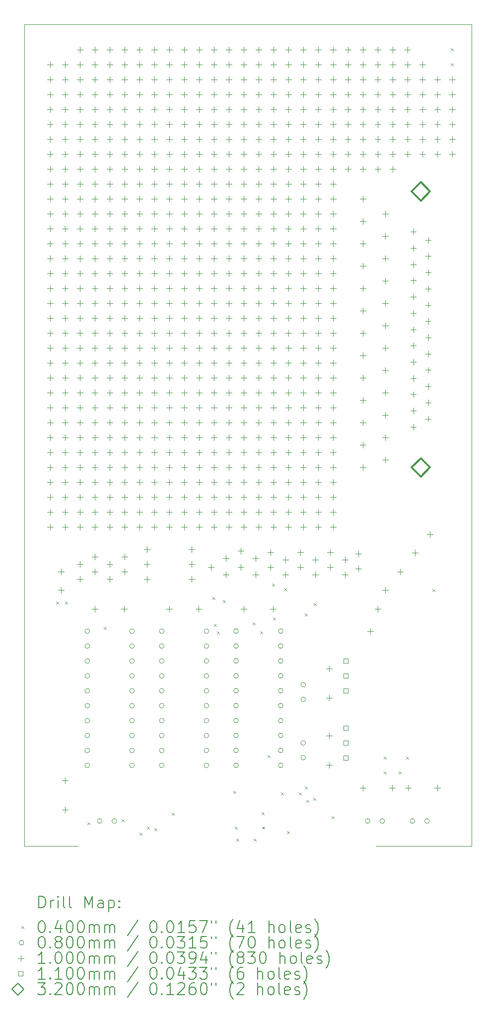
<source format=gbr>
%FSLAX45Y45*%
G04 Gerber Fmt 4.5, Leading zero omitted, Abs format (unit mm)*
G04 Created by KiCad (PCBNEW (6.0.0)) date 2022-03-13 19:33:14*
%MOMM*%
%LPD*%
G01*
G04 APERTURE LIST*
%TA.AperFunction,Profile*%
%ADD10C,0.100000*%
%TD*%
%ADD11C,0.200000*%
%ADD12C,0.040000*%
%ADD13C,0.080000*%
%ADD14C,0.100000*%
%ADD15C,0.110000*%
%ADD16C,0.320000*%
G04 APERTURE END LIST*
D10*
X5654200Y-16103600D02*
X5654200Y-2112600D01*
X5654200Y-2112600D02*
X13284200Y-2112600D01*
X13284200Y-16103600D02*
X13284200Y-2112600D01*
X13284200Y-16103600D02*
X11649200Y-16103600D01*
X6584200Y-16103600D02*
X5654200Y-16103600D01*
D11*
D12*
X6203000Y-11943400D02*
X6243000Y-11983400D01*
X6243000Y-11943400D02*
X6203000Y-11983400D01*
X6355400Y-11943400D02*
X6395400Y-11983400D01*
X6395400Y-11943400D02*
X6355400Y-11983400D01*
X6736400Y-15702600D02*
X6776400Y-15742600D01*
X6776400Y-15702600D02*
X6736400Y-15742600D01*
X7015800Y-12375200D02*
X7055800Y-12415200D01*
X7055800Y-12375200D02*
X7015800Y-12415200D01*
X7320600Y-15651800D02*
X7360600Y-15691800D01*
X7360600Y-15651800D02*
X7320600Y-15691800D01*
X7625400Y-15880400D02*
X7665400Y-15920400D01*
X7665400Y-15880400D02*
X7625400Y-15920400D01*
X7752400Y-15778800D02*
X7792400Y-15818800D01*
X7792400Y-15778800D02*
X7752400Y-15818800D01*
X7879400Y-15804200D02*
X7919400Y-15844200D01*
X7919400Y-15804200D02*
X7879400Y-15844200D01*
X8171500Y-15537500D02*
X8211500Y-15577500D01*
X8211500Y-15537500D02*
X8171500Y-15577500D01*
X8870000Y-11867200D02*
X8910000Y-11907200D01*
X8910000Y-11867200D02*
X8870000Y-11907200D01*
X8895400Y-12324400D02*
X8935400Y-12364400D01*
X8935400Y-12324400D02*
X8895400Y-12364400D01*
X8946200Y-12451400D02*
X8986200Y-12491400D01*
X8986200Y-12451400D02*
X8946200Y-12491400D01*
X9047800Y-11918000D02*
X9087800Y-11958000D01*
X9087800Y-11918000D02*
X9047800Y-11958000D01*
X9225600Y-15169200D02*
X9265600Y-15209200D01*
X9265600Y-15169200D02*
X9225600Y-15209200D01*
X9251000Y-15778800D02*
X9291000Y-15818800D01*
X9291000Y-15778800D02*
X9251000Y-15818800D01*
X9276400Y-15982000D02*
X9316400Y-16022000D01*
X9316400Y-15982000D02*
X9276400Y-16022000D01*
X9555800Y-12299000D02*
X9595800Y-12339000D01*
X9595800Y-12299000D02*
X9555800Y-12339000D01*
X9568500Y-15982000D02*
X9608500Y-16022000D01*
X9608500Y-15982000D02*
X9568500Y-16022000D01*
X9682800Y-12451400D02*
X9722800Y-12491400D01*
X9722800Y-12451400D02*
X9682800Y-12491400D01*
X9703352Y-15529648D02*
X9743352Y-15569648D01*
X9743352Y-15529648D02*
X9703352Y-15569648D01*
X9713200Y-15773800D02*
X9753200Y-15813800D01*
X9753200Y-15773800D02*
X9713200Y-15813800D01*
X9809800Y-14559600D02*
X9849800Y-14599600D01*
X9849800Y-14559600D02*
X9809800Y-14599600D01*
X9886000Y-11638600D02*
X9926000Y-11678600D01*
X9926000Y-11638600D02*
X9886000Y-11678600D01*
X9901457Y-12212857D02*
X9941457Y-12252857D01*
X9941457Y-12212857D02*
X9901457Y-12252857D01*
X10038400Y-15194600D02*
X10078400Y-15234600D01*
X10078400Y-15194600D02*
X10038400Y-15234600D01*
X10089200Y-11714800D02*
X10129200Y-11754800D01*
X10129200Y-11714800D02*
X10089200Y-11754800D01*
X10140000Y-15855000D02*
X10180000Y-15895000D01*
X10180000Y-15855000D02*
X10140000Y-15895000D01*
X10343200Y-15194600D02*
X10383200Y-15234600D01*
X10383200Y-15194600D02*
X10343200Y-15234600D01*
X10444800Y-12146600D02*
X10484800Y-12186600D01*
X10484800Y-12146600D02*
X10444800Y-12186600D01*
X10444800Y-15093000D02*
X10484800Y-15133000D01*
X10484800Y-15093000D02*
X10444800Y-15133000D01*
X10470200Y-15321600D02*
X10510200Y-15361600D01*
X10510200Y-15321600D02*
X10470200Y-15361600D01*
X10584464Y-15283536D02*
X10624464Y-15323536D01*
X10624464Y-15283536D02*
X10584464Y-15323536D01*
X10597200Y-11968800D02*
X10637200Y-12008800D01*
X10637200Y-11968800D02*
X10597200Y-12008800D01*
X10902000Y-15601000D02*
X10942000Y-15641000D01*
X10942000Y-15601000D02*
X10902000Y-15641000D01*
X11791000Y-14585000D02*
X11831000Y-14625000D01*
X11831000Y-14585000D02*
X11791000Y-14625000D01*
X11791000Y-14839000D02*
X11831000Y-14879000D01*
X11831000Y-14839000D02*
X11791000Y-14879000D01*
X12045000Y-14839000D02*
X12085000Y-14879000D01*
X12085000Y-14839000D02*
X12045000Y-14879000D01*
X12172000Y-14585000D02*
X12212000Y-14625000D01*
X12212000Y-14585000D02*
X12172000Y-14625000D01*
X12616500Y-11727500D02*
X12656500Y-11767500D01*
X12656500Y-11727500D02*
X12616500Y-11767500D01*
X12934000Y-2520000D02*
X12974000Y-2560000D01*
X12974000Y-2520000D02*
X12934000Y-2560000D01*
X12934000Y-2774000D02*
X12974000Y-2814000D01*
X12974000Y-2774000D02*
X12934000Y-2814000D01*
D13*
X6771000Y-12446000D02*
G75*
G03*
X6771000Y-12446000I-40000J0D01*
G01*
X6771000Y-12700000D02*
G75*
G03*
X6771000Y-12700000I-40000J0D01*
G01*
X6771000Y-12954000D02*
G75*
G03*
X6771000Y-12954000I-40000J0D01*
G01*
X6771000Y-13208000D02*
G75*
G03*
X6771000Y-13208000I-40000J0D01*
G01*
X6771000Y-13462000D02*
G75*
G03*
X6771000Y-13462000I-40000J0D01*
G01*
X6771000Y-13716000D02*
G75*
G03*
X6771000Y-13716000I-40000J0D01*
G01*
X6771000Y-13970000D02*
G75*
G03*
X6771000Y-13970000I-40000J0D01*
G01*
X6771000Y-14224000D02*
G75*
G03*
X6771000Y-14224000I-40000J0D01*
G01*
X6771000Y-14478000D02*
G75*
G03*
X6771000Y-14478000I-40000J0D01*
G01*
X6771000Y-14732000D02*
G75*
G03*
X6771000Y-14732000I-40000J0D01*
G01*
X6982200Y-15679600D02*
G75*
G03*
X6982200Y-15679600I-40000J0D01*
G01*
X7232200Y-15679600D02*
G75*
G03*
X7232200Y-15679600I-40000J0D01*
G01*
X7533000Y-12446000D02*
G75*
G03*
X7533000Y-12446000I-40000J0D01*
G01*
X7533000Y-12700000D02*
G75*
G03*
X7533000Y-12700000I-40000J0D01*
G01*
X7533000Y-12954000D02*
G75*
G03*
X7533000Y-12954000I-40000J0D01*
G01*
X7533000Y-13208000D02*
G75*
G03*
X7533000Y-13208000I-40000J0D01*
G01*
X7533000Y-13462000D02*
G75*
G03*
X7533000Y-13462000I-40000J0D01*
G01*
X7533000Y-13716000D02*
G75*
G03*
X7533000Y-13716000I-40000J0D01*
G01*
X7533000Y-13970000D02*
G75*
G03*
X7533000Y-13970000I-40000J0D01*
G01*
X7533000Y-14224000D02*
G75*
G03*
X7533000Y-14224000I-40000J0D01*
G01*
X7533000Y-14478000D02*
G75*
G03*
X7533000Y-14478000I-40000J0D01*
G01*
X7533000Y-14732000D02*
G75*
G03*
X7533000Y-14732000I-40000J0D01*
G01*
X8041000Y-12446000D02*
G75*
G03*
X8041000Y-12446000I-40000J0D01*
G01*
X8041000Y-12700000D02*
G75*
G03*
X8041000Y-12700000I-40000J0D01*
G01*
X8041000Y-12954000D02*
G75*
G03*
X8041000Y-12954000I-40000J0D01*
G01*
X8041000Y-13208000D02*
G75*
G03*
X8041000Y-13208000I-40000J0D01*
G01*
X8041000Y-13462000D02*
G75*
G03*
X8041000Y-13462000I-40000J0D01*
G01*
X8041000Y-13716000D02*
G75*
G03*
X8041000Y-13716000I-40000J0D01*
G01*
X8041000Y-13970000D02*
G75*
G03*
X8041000Y-13970000I-40000J0D01*
G01*
X8041000Y-14224000D02*
G75*
G03*
X8041000Y-14224000I-40000J0D01*
G01*
X8041000Y-14478000D02*
G75*
G03*
X8041000Y-14478000I-40000J0D01*
G01*
X8041000Y-14732000D02*
G75*
G03*
X8041000Y-14732000I-40000J0D01*
G01*
X8803000Y-12446000D02*
G75*
G03*
X8803000Y-12446000I-40000J0D01*
G01*
X8803000Y-12700000D02*
G75*
G03*
X8803000Y-12700000I-40000J0D01*
G01*
X8803000Y-12954000D02*
G75*
G03*
X8803000Y-12954000I-40000J0D01*
G01*
X8803000Y-13208000D02*
G75*
G03*
X8803000Y-13208000I-40000J0D01*
G01*
X8803000Y-13462000D02*
G75*
G03*
X8803000Y-13462000I-40000J0D01*
G01*
X8803000Y-13716000D02*
G75*
G03*
X8803000Y-13716000I-40000J0D01*
G01*
X8803000Y-13970000D02*
G75*
G03*
X8803000Y-13970000I-40000J0D01*
G01*
X8803000Y-14224000D02*
G75*
G03*
X8803000Y-14224000I-40000J0D01*
G01*
X8803000Y-14478000D02*
G75*
G03*
X8803000Y-14478000I-40000J0D01*
G01*
X8803000Y-14732000D02*
G75*
G03*
X8803000Y-14732000I-40000J0D01*
G01*
X9310000Y-12445500D02*
G75*
G03*
X9310000Y-12445500I-40000J0D01*
G01*
X9310000Y-12699500D02*
G75*
G03*
X9310000Y-12699500I-40000J0D01*
G01*
X9310000Y-12953500D02*
G75*
G03*
X9310000Y-12953500I-40000J0D01*
G01*
X9310000Y-13207500D02*
G75*
G03*
X9310000Y-13207500I-40000J0D01*
G01*
X9310000Y-13461500D02*
G75*
G03*
X9310000Y-13461500I-40000J0D01*
G01*
X9310000Y-13715500D02*
G75*
G03*
X9310000Y-13715500I-40000J0D01*
G01*
X9310000Y-13969500D02*
G75*
G03*
X9310000Y-13969500I-40000J0D01*
G01*
X9310000Y-14223500D02*
G75*
G03*
X9310000Y-14223500I-40000J0D01*
G01*
X9310000Y-14477500D02*
G75*
G03*
X9310000Y-14477500I-40000J0D01*
G01*
X9310000Y-14731500D02*
G75*
G03*
X9310000Y-14731500I-40000J0D01*
G01*
X10072000Y-12445500D02*
G75*
G03*
X10072000Y-12445500I-40000J0D01*
G01*
X10072000Y-12699500D02*
G75*
G03*
X10072000Y-12699500I-40000J0D01*
G01*
X10072000Y-12953500D02*
G75*
G03*
X10072000Y-12953500I-40000J0D01*
G01*
X10072000Y-13207500D02*
G75*
G03*
X10072000Y-13207500I-40000J0D01*
G01*
X10072000Y-13461500D02*
G75*
G03*
X10072000Y-13461500I-40000J0D01*
G01*
X10072000Y-13715500D02*
G75*
G03*
X10072000Y-13715500I-40000J0D01*
G01*
X10072000Y-13969500D02*
G75*
G03*
X10072000Y-13969500I-40000J0D01*
G01*
X10072000Y-14223500D02*
G75*
G03*
X10072000Y-14223500I-40000J0D01*
G01*
X10072000Y-14477500D02*
G75*
G03*
X10072000Y-14477500I-40000J0D01*
G01*
X10072000Y-14731500D02*
G75*
G03*
X10072000Y-14731500I-40000J0D01*
G01*
X10454000Y-13357911D02*
G75*
G03*
X10454000Y-13357911I-40000J0D01*
G01*
X10454000Y-13607911D02*
G75*
G03*
X10454000Y-13607911I-40000J0D01*
G01*
X10454000Y-14351000D02*
G75*
G03*
X10454000Y-14351000I-40000J0D01*
G01*
X10454000Y-14601000D02*
G75*
G03*
X10454000Y-14601000I-40000J0D01*
G01*
X11554200Y-15679600D02*
G75*
G03*
X11554200Y-15679600I-40000J0D01*
G01*
X11804200Y-15679600D02*
G75*
G03*
X11804200Y-15679600I-40000J0D01*
G01*
X12316200Y-15679600D02*
G75*
G03*
X12316200Y-15679600I-40000J0D01*
G01*
X12566200Y-15679600D02*
G75*
G03*
X12566200Y-15679600I-40000J0D01*
G01*
D14*
X6096000Y-2744000D02*
X6096000Y-2844000D01*
X6046000Y-2794000D02*
X6146000Y-2794000D01*
X6096000Y-2998000D02*
X6096000Y-3098000D01*
X6046000Y-3048000D02*
X6146000Y-3048000D01*
X6096000Y-3252000D02*
X6096000Y-3352000D01*
X6046000Y-3302000D02*
X6146000Y-3302000D01*
X6096000Y-3506000D02*
X6096000Y-3606000D01*
X6046000Y-3556000D02*
X6146000Y-3556000D01*
X6096000Y-3760000D02*
X6096000Y-3860000D01*
X6046000Y-3810000D02*
X6146000Y-3810000D01*
X6096000Y-4014000D02*
X6096000Y-4114000D01*
X6046000Y-4064000D02*
X6146000Y-4064000D01*
X6096000Y-4268000D02*
X6096000Y-4368000D01*
X6046000Y-4318000D02*
X6146000Y-4318000D01*
X6096000Y-4522000D02*
X6096000Y-4622000D01*
X6046000Y-4572000D02*
X6146000Y-4572000D01*
X6096000Y-4776000D02*
X6096000Y-4876000D01*
X6046000Y-4826000D02*
X6146000Y-4826000D01*
X6096000Y-5030000D02*
X6096000Y-5130000D01*
X6046000Y-5080000D02*
X6146000Y-5080000D01*
X6096000Y-5284000D02*
X6096000Y-5384000D01*
X6046000Y-5334000D02*
X6146000Y-5334000D01*
X6096000Y-5538000D02*
X6096000Y-5638000D01*
X6046000Y-5588000D02*
X6146000Y-5588000D01*
X6096000Y-5792000D02*
X6096000Y-5892000D01*
X6046000Y-5842000D02*
X6146000Y-5842000D01*
X6096000Y-6046000D02*
X6096000Y-6146000D01*
X6046000Y-6096000D02*
X6146000Y-6096000D01*
X6096000Y-6300000D02*
X6096000Y-6400000D01*
X6046000Y-6350000D02*
X6146000Y-6350000D01*
X6096000Y-6554000D02*
X6096000Y-6654000D01*
X6046000Y-6604000D02*
X6146000Y-6604000D01*
X6096000Y-6808000D02*
X6096000Y-6908000D01*
X6046000Y-6858000D02*
X6146000Y-6858000D01*
X6096000Y-7062000D02*
X6096000Y-7162000D01*
X6046000Y-7112000D02*
X6146000Y-7112000D01*
X6096000Y-7316000D02*
X6096000Y-7416000D01*
X6046000Y-7366000D02*
X6146000Y-7366000D01*
X6096000Y-7570000D02*
X6096000Y-7670000D01*
X6046000Y-7620000D02*
X6146000Y-7620000D01*
X6096000Y-7824000D02*
X6096000Y-7924000D01*
X6046000Y-7874000D02*
X6146000Y-7874000D01*
X6096000Y-8078000D02*
X6096000Y-8178000D01*
X6046000Y-8128000D02*
X6146000Y-8128000D01*
X6096000Y-8332000D02*
X6096000Y-8432000D01*
X6046000Y-8382000D02*
X6146000Y-8382000D01*
X6096000Y-8586000D02*
X6096000Y-8686000D01*
X6046000Y-8636000D02*
X6146000Y-8636000D01*
X6096000Y-8840000D02*
X6096000Y-8940000D01*
X6046000Y-8890000D02*
X6146000Y-8890000D01*
X6096000Y-9094000D02*
X6096000Y-9194000D01*
X6046000Y-9144000D02*
X6146000Y-9144000D01*
X6096000Y-9348000D02*
X6096000Y-9448000D01*
X6046000Y-9398000D02*
X6146000Y-9398000D01*
X6096000Y-9602000D02*
X6096000Y-9702000D01*
X6046000Y-9652000D02*
X6146000Y-9652000D01*
X6096000Y-9856000D02*
X6096000Y-9956000D01*
X6046000Y-9906000D02*
X6146000Y-9906000D01*
X6096000Y-10110000D02*
X6096000Y-10210000D01*
X6046000Y-10160000D02*
X6146000Y-10160000D01*
X6096000Y-10364000D02*
X6096000Y-10464000D01*
X6046000Y-10414000D02*
X6146000Y-10414000D01*
X6096000Y-10618000D02*
X6096000Y-10718000D01*
X6046000Y-10668000D02*
X6146000Y-10668000D01*
X6286500Y-11380000D02*
X6286500Y-11480000D01*
X6236500Y-11430000D02*
X6336500Y-11430000D01*
X6286500Y-11697500D02*
X6286500Y-11797500D01*
X6236500Y-11747500D02*
X6336500Y-11747500D01*
X6350000Y-2744000D02*
X6350000Y-2844000D01*
X6300000Y-2794000D02*
X6400000Y-2794000D01*
X6350000Y-2998000D02*
X6350000Y-3098000D01*
X6300000Y-3048000D02*
X6400000Y-3048000D01*
X6350000Y-3252000D02*
X6350000Y-3352000D01*
X6300000Y-3302000D02*
X6400000Y-3302000D01*
X6350000Y-3506000D02*
X6350000Y-3606000D01*
X6300000Y-3556000D02*
X6400000Y-3556000D01*
X6350000Y-3760000D02*
X6350000Y-3860000D01*
X6300000Y-3810000D02*
X6400000Y-3810000D01*
X6350000Y-4014000D02*
X6350000Y-4114000D01*
X6300000Y-4064000D02*
X6400000Y-4064000D01*
X6350000Y-4268000D02*
X6350000Y-4368000D01*
X6300000Y-4318000D02*
X6400000Y-4318000D01*
X6350000Y-4522000D02*
X6350000Y-4622000D01*
X6300000Y-4572000D02*
X6400000Y-4572000D01*
X6350000Y-4776000D02*
X6350000Y-4876000D01*
X6300000Y-4826000D02*
X6400000Y-4826000D01*
X6350000Y-5030000D02*
X6350000Y-5130000D01*
X6300000Y-5080000D02*
X6400000Y-5080000D01*
X6350000Y-5284000D02*
X6350000Y-5384000D01*
X6300000Y-5334000D02*
X6400000Y-5334000D01*
X6350000Y-5538000D02*
X6350000Y-5638000D01*
X6300000Y-5588000D02*
X6400000Y-5588000D01*
X6350000Y-5792000D02*
X6350000Y-5892000D01*
X6300000Y-5842000D02*
X6400000Y-5842000D01*
X6350000Y-6046000D02*
X6350000Y-6146000D01*
X6300000Y-6096000D02*
X6400000Y-6096000D01*
X6350000Y-6300000D02*
X6350000Y-6400000D01*
X6300000Y-6350000D02*
X6400000Y-6350000D01*
X6350000Y-6554000D02*
X6350000Y-6654000D01*
X6300000Y-6604000D02*
X6400000Y-6604000D01*
X6350000Y-6808000D02*
X6350000Y-6908000D01*
X6300000Y-6858000D02*
X6400000Y-6858000D01*
X6350000Y-7062000D02*
X6350000Y-7162000D01*
X6300000Y-7112000D02*
X6400000Y-7112000D01*
X6350000Y-7316000D02*
X6350000Y-7416000D01*
X6300000Y-7366000D02*
X6400000Y-7366000D01*
X6350000Y-7570000D02*
X6350000Y-7670000D01*
X6300000Y-7620000D02*
X6400000Y-7620000D01*
X6350000Y-7824000D02*
X6350000Y-7924000D01*
X6300000Y-7874000D02*
X6400000Y-7874000D01*
X6350000Y-8078000D02*
X6350000Y-8178000D01*
X6300000Y-8128000D02*
X6400000Y-8128000D01*
X6350000Y-8332000D02*
X6350000Y-8432000D01*
X6300000Y-8382000D02*
X6400000Y-8382000D01*
X6350000Y-8586000D02*
X6350000Y-8686000D01*
X6300000Y-8636000D02*
X6400000Y-8636000D01*
X6350000Y-8840000D02*
X6350000Y-8940000D01*
X6300000Y-8890000D02*
X6400000Y-8890000D01*
X6350000Y-9094000D02*
X6350000Y-9194000D01*
X6300000Y-9144000D02*
X6400000Y-9144000D01*
X6350000Y-9348000D02*
X6350000Y-9448000D01*
X6300000Y-9398000D02*
X6400000Y-9398000D01*
X6350000Y-9602000D02*
X6350000Y-9702000D01*
X6300000Y-9652000D02*
X6400000Y-9652000D01*
X6350000Y-9856000D02*
X6350000Y-9956000D01*
X6300000Y-9906000D02*
X6400000Y-9906000D01*
X6350000Y-10110000D02*
X6350000Y-10210000D01*
X6300000Y-10160000D02*
X6400000Y-10160000D01*
X6350000Y-10364000D02*
X6350000Y-10464000D01*
X6300000Y-10414000D02*
X6400000Y-10414000D01*
X6350000Y-10618000D02*
X6350000Y-10718000D01*
X6300000Y-10668000D02*
X6400000Y-10668000D01*
X6350000Y-14940000D02*
X6350000Y-15040000D01*
X6300000Y-14990000D02*
X6400000Y-14990000D01*
X6350000Y-15440000D02*
X6350000Y-15540000D01*
X6300000Y-15490000D02*
X6400000Y-15490000D01*
X6604000Y-2490000D02*
X6604000Y-2590000D01*
X6554000Y-2540000D02*
X6654000Y-2540000D01*
X6604000Y-2744000D02*
X6604000Y-2844000D01*
X6554000Y-2794000D02*
X6654000Y-2794000D01*
X6604000Y-2998000D02*
X6604000Y-3098000D01*
X6554000Y-3048000D02*
X6654000Y-3048000D01*
X6604000Y-3252000D02*
X6604000Y-3352000D01*
X6554000Y-3302000D02*
X6654000Y-3302000D01*
X6604000Y-3506000D02*
X6604000Y-3606000D01*
X6554000Y-3556000D02*
X6654000Y-3556000D01*
X6604000Y-3760000D02*
X6604000Y-3860000D01*
X6554000Y-3810000D02*
X6654000Y-3810000D01*
X6604000Y-4014000D02*
X6604000Y-4114000D01*
X6554000Y-4064000D02*
X6654000Y-4064000D01*
X6604000Y-4268000D02*
X6604000Y-4368000D01*
X6554000Y-4318000D02*
X6654000Y-4318000D01*
X6604000Y-4522000D02*
X6604000Y-4622000D01*
X6554000Y-4572000D02*
X6654000Y-4572000D01*
X6604000Y-4776000D02*
X6604000Y-4876000D01*
X6554000Y-4826000D02*
X6654000Y-4826000D01*
X6604000Y-5030000D02*
X6604000Y-5130000D01*
X6554000Y-5080000D02*
X6654000Y-5080000D01*
X6604000Y-5284000D02*
X6604000Y-5384000D01*
X6554000Y-5334000D02*
X6654000Y-5334000D01*
X6604000Y-5538000D02*
X6604000Y-5638000D01*
X6554000Y-5588000D02*
X6654000Y-5588000D01*
X6604000Y-5792000D02*
X6604000Y-5892000D01*
X6554000Y-5842000D02*
X6654000Y-5842000D01*
X6604000Y-6046000D02*
X6604000Y-6146000D01*
X6554000Y-6096000D02*
X6654000Y-6096000D01*
X6604000Y-6300000D02*
X6604000Y-6400000D01*
X6554000Y-6350000D02*
X6654000Y-6350000D01*
X6604000Y-6554000D02*
X6604000Y-6654000D01*
X6554000Y-6604000D02*
X6654000Y-6604000D01*
X6604000Y-6808000D02*
X6604000Y-6908000D01*
X6554000Y-6858000D02*
X6654000Y-6858000D01*
X6604000Y-7062000D02*
X6604000Y-7162000D01*
X6554000Y-7112000D02*
X6654000Y-7112000D01*
X6604000Y-7316000D02*
X6604000Y-7416000D01*
X6554000Y-7366000D02*
X6654000Y-7366000D01*
X6604000Y-7570000D02*
X6604000Y-7670000D01*
X6554000Y-7620000D02*
X6654000Y-7620000D01*
X6604000Y-7824000D02*
X6604000Y-7924000D01*
X6554000Y-7874000D02*
X6654000Y-7874000D01*
X6604000Y-8078000D02*
X6604000Y-8178000D01*
X6554000Y-8128000D02*
X6654000Y-8128000D01*
X6604000Y-8332000D02*
X6604000Y-8432000D01*
X6554000Y-8382000D02*
X6654000Y-8382000D01*
X6604000Y-8586000D02*
X6604000Y-8686000D01*
X6554000Y-8636000D02*
X6654000Y-8636000D01*
X6604000Y-8840000D02*
X6604000Y-8940000D01*
X6554000Y-8890000D02*
X6654000Y-8890000D01*
X6604000Y-9094000D02*
X6604000Y-9194000D01*
X6554000Y-9144000D02*
X6654000Y-9144000D01*
X6604000Y-9348000D02*
X6604000Y-9448000D01*
X6554000Y-9398000D02*
X6654000Y-9398000D01*
X6604000Y-9602000D02*
X6604000Y-9702000D01*
X6554000Y-9652000D02*
X6654000Y-9652000D01*
X6604000Y-9856000D02*
X6604000Y-9956000D01*
X6554000Y-9906000D02*
X6654000Y-9906000D01*
X6604000Y-10110000D02*
X6604000Y-10210000D01*
X6554000Y-10160000D02*
X6654000Y-10160000D01*
X6604000Y-10364000D02*
X6604000Y-10464000D01*
X6554000Y-10414000D02*
X6654000Y-10414000D01*
X6604000Y-10618000D02*
X6604000Y-10718000D01*
X6554000Y-10668000D02*
X6654000Y-10668000D01*
X6604000Y-11253000D02*
X6604000Y-11353000D01*
X6554000Y-11303000D02*
X6654000Y-11303000D01*
X6604000Y-11507000D02*
X6604000Y-11607000D01*
X6554000Y-11557000D02*
X6654000Y-11557000D01*
X6858000Y-2490000D02*
X6858000Y-2590000D01*
X6808000Y-2540000D02*
X6908000Y-2540000D01*
X6858000Y-2744000D02*
X6858000Y-2844000D01*
X6808000Y-2794000D02*
X6908000Y-2794000D01*
X6858000Y-2998000D02*
X6858000Y-3098000D01*
X6808000Y-3048000D02*
X6908000Y-3048000D01*
X6858000Y-3252000D02*
X6858000Y-3352000D01*
X6808000Y-3302000D02*
X6908000Y-3302000D01*
X6858000Y-3506000D02*
X6858000Y-3606000D01*
X6808000Y-3556000D02*
X6908000Y-3556000D01*
X6858000Y-3760000D02*
X6858000Y-3860000D01*
X6808000Y-3810000D02*
X6908000Y-3810000D01*
X6858000Y-4014000D02*
X6858000Y-4114000D01*
X6808000Y-4064000D02*
X6908000Y-4064000D01*
X6858000Y-4268000D02*
X6858000Y-4368000D01*
X6808000Y-4318000D02*
X6908000Y-4318000D01*
X6858000Y-4522000D02*
X6858000Y-4622000D01*
X6808000Y-4572000D02*
X6908000Y-4572000D01*
X6858000Y-4776000D02*
X6858000Y-4876000D01*
X6808000Y-4826000D02*
X6908000Y-4826000D01*
X6858000Y-5030000D02*
X6858000Y-5130000D01*
X6808000Y-5080000D02*
X6908000Y-5080000D01*
X6858000Y-5284000D02*
X6858000Y-5384000D01*
X6808000Y-5334000D02*
X6908000Y-5334000D01*
X6858000Y-5538000D02*
X6858000Y-5638000D01*
X6808000Y-5588000D02*
X6908000Y-5588000D01*
X6858000Y-5792000D02*
X6858000Y-5892000D01*
X6808000Y-5842000D02*
X6908000Y-5842000D01*
X6858000Y-6046000D02*
X6858000Y-6146000D01*
X6808000Y-6096000D02*
X6908000Y-6096000D01*
X6858000Y-6300000D02*
X6858000Y-6400000D01*
X6808000Y-6350000D02*
X6908000Y-6350000D01*
X6858000Y-6554000D02*
X6858000Y-6654000D01*
X6808000Y-6604000D02*
X6908000Y-6604000D01*
X6858000Y-6808000D02*
X6858000Y-6908000D01*
X6808000Y-6858000D02*
X6908000Y-6858000D01*
X6858000Y-7062000D02*
X6858000Y-7162000D01*
X6808000Y-7112000D02*
X6908000Y-7112000D01*
X6858000Y-7316000D02*
X6858000Y-7416000D01*
X6808000Y-7366000D02*
X6908000Y-7366000D01*
X6858000Y-7570000D02*
X6858000Y-7670000D01*
X6808000Y-7620000D02*
X6908000Y-7620000D01*
X6858000Y-7824000D02*
X6858000Y-7924000D01*
X6808000Y-7874000D02*
X6908000Y-7874000D01*
X6858000Y-8078000D02*
X6858000Y-8178000D01*
X6808000Y-8128000D02*
X6908000Y-8128000D01*
X6858000Y-8332000D02*
X6858000Y-8432000D01*
X6808000Y-8382000D02*
X6908000Y-8382000D01*
X6858000Y-8586000D02*
X6858000Y-8686000D01*
X6808000Y-8636000D02*
X6908000Y-8636000D01*
X6858000Y-8840000D02*
X6858000Y-8940000D01*
X6808000Y-8890000D02*
X6908000Y-8890000D01*
X6858000Y-9094000D02*
X6858000Y-9194000D01*
X6808000Y-9144000D02*
X6908000Y-9144000D01*
X6858000Y-9348000D02*
X6858000Y-9448000D01*
X6808000Y-9398000D02*
X6908000Y-9398000D01*
X6858000Y-9602000D02*
X6858000Y-9702000D01*
X6808000Y-9652000D02*
X6908000Y-9652000D01*
X6858000Y-9856000D02*
X6858000Y-9956000D01*
X6808000Y-9906000D02*
X6908000Y-9906000D01*
X6858000Y-10110000D02*
X6858000Y-10210000D01*
X6808000Y-10160000D02*
X6908000Y-10160000D01*
X6858000Y-10364000D02*
X6858000Y-10464000D01*
X6808000Y-10414000D02*
X6908000Y-10414000D01*
X6858000Y-10618000D02*
X6858000Y-10718000D01*
X6808000Y-10668000D02*
X6908000Y-10668000D01*
X6858000Y-11126000D02*
X6858000Y-11226000D01*
X6808000Y-11176000D02*
X6908000Y-11176000D01*
X6858000Y-11380000D02*
X6858000Y-11480000D01*
X6808000Y-11430000D02*
X6908000Y-11430000D01*
X6862000Y-12015000D02*
X6862000Y-12115000D01*
X6812000Y-12065000D02*
X6912000Y-12065000D01*
X7112000Y-2490000D02*
X7112000Y-2590000D01*
X7062000Y-2540000D02*
X7162000Y-2540000D01*
X7112000Y-2744000D02*
X7112000Y-2844000D01*
X7062000Y-2794000D02*
X7162000Y-2794000D01*
X7112000Y-2998000D02*
X7112000Y-3098000D01*
X7062000Y-3048000D02*
X7162000Y-3048000D01*
X7112000Y-3252000D02*
X7112000Y-3352000D01*
X7062000Y-3302000D02*
X7162000Y-3302000D01*
X7112000Y-3506000D02*
X7112000Y-3606000D01*
X7062000Y-3556000D02*
X7162000Y-3556000D01*
X7112000Y-3760000D02*
X7112000Y-3860000D01*
X7062000Y-3810000D02*
X7162000Y-3810000D01*
X7112000Y-4014000D02*
X7112000Y-4114000D01*
X7062000Y-4064000D02*
X7162000Y-4064000D01*
X7112000Y-4268000D02*
X7112000Y-4368000D01*
X7062000Y-4318000D02*
X7162000Y-4318000D01*
X7112000Y-4522000D02*
X7112000Y-4622000D01*
X7062000Y-4572000D02*
X7162000Y-4572000D01*
X7112000Y-4776000D02*
X7112000Y-4876000D01*
X7062000Y-4826000D02*
X7162000Y-4826000D01*
X7112000Y-5030000D02*
X7112000Y-5130000D01*
X7062000Y-5080000D02*
X7162000Y-5080000D01*
X7112000Y-5284000D02*
X7112000Y-5384000D01*
X7062000Y-5334000D02*
X7162000Y-5334000D01*
X7112000Y-5538000D02*
X7112000Y-5638000D01*
X7062000Y-5588000D02*
X7162000Y-5588000D01*
X7112000Y-5792000D02*
X7112000Y-5892000D01*
X7062000Y-5842000D02*
X7162000Y-5842000D01*
X7112000Y-6046000D02*
X7112000Y-6146000D01*
X7062000Y-6096000D02*
X7162000Y-6096000D01*
X7112000Y-6300000D02*
X7112000Y-6400000D01*
X7062000Y-6350000D02*
X7162000Y-6350000D01*
X7112000Y-6554000D02*
X7112000Y-6654000D01*
X7062000Y-6604000D02*
X7162000Y-6604000D01*
X7112000Y-6808000D02*
X7112000Y-6908000D01*
X7062000Y-6858000D02*
X7162000Y-6858000D01*
X7112000Y-7062000D02*
X7112000Y-7162000D01*
X7062000Y-7112000D02*
X7162000Y-7112000D01*
X7112000Y-7316000D02*
X7112000Y-7416000D01*
X7062000Y-7366000D02*
X7162000Y-7366000D01*
X7112000Y-7570000D02*
X7112000Y-7670000D01*
X7062000Y-7620000D02*
X7162000Y-7620000D01*
X7112000Y-7824000D02*
X7112000Y-7924000D01*
X7062000Y-7874000D02*
X7162000Y-7874000D01*
X7112000Y-8078000D02*
X7112000Y-8178000D01*
X7062000Y-8128000D02*
X7162000Y-8128000D01*
X7112000Y-8332000D02*
X7112000Y-8432000D01*
X7062000Y-8382000D02*
X7162000Y-8382000D01*
X7112000Y-8586000D02*
X7112000Y-8686000D01*
X7062000Y-8636000D02*
X7162000Y-8636000D01*
X7112000Y-8840000D02*
X7112000Y-8940000D01*
X7062000Y-8890000D02*
X7162000Y-8890000D01*
X7112000Y-9094000D02*
X7112000Y-9194000D01*
X7062000Y-9144000D02*
X7162000Y-9144000D01*
X7112000Y-9348000D02*
X7112000Y-9448000D01*
X7062000Y-9398000D02*
X7162000Y-9398000D01*
X7112000Y-9602000D02*
X7112000Y-9702000D01*
X7062000Y-9652000D02*
X7162000Y-9652000D01*
X7112000Y-9856000D02*
X7112000Y-9956000D01*
X7062000Y-9906000D02*
X7162000Y-9906000D01*
X7112000Y-10110000D02*
X7112000Y-10210000D01*
X7062000Y-10160000D02*
X7162000Y-10160000D01*
X7112000Y-10364000D02*
X7112000Y-10464000D01*
X7062000Y-10414000D02*
X7162000Y-10414000D01*
X7112000Y-10618000D02*
X7112000Y-10718000D01*
X7062000Y-10668000D02*
X7162000Y-10668000D01*
X7112000Y-11253000D02*
X7112000Y-11353000D01*
X7062000Y-11303000D02*
X7162000Y-11303000D01*
X7112000Y-11507000D02*
X7112000Y-11607000D01*
X7062000Y-11557000D02*
X7162000Y-11557000D01*
X7362000Y-12015000D02*
X7362000Y-12115000D01*
X7312000Y-12065000D02*
X7412000Y-12065000D01*
X7366000Y-2490000D02*
X7366000Y-2590000D01*
X7316000Y-2540000D02*
X7416000Y-2540000D01*
X7366000Y-2744000D02*
X7366000Y-2844000D01*
X7316000Y-2794000D02*
X7416000Y-2794000D01*
X7366000Y-2998000D02*
X7366000Y-3098000D01*
X7316000Y-3048000D02*
X7416000Y-3048000D01*
X7366000Y-3252000D02*
X7366000Y-3352000D01*
X7316000Y-3302000D02*
X7416000Y-3302000D01*
X7366000Y-3506000D02*
X7366000Y-3606000D01*
X7316000Y-3556000D02*
X7416000Y-3556000D01*
X7366000Y-3760000D02*
X7366000Y-3860000D01*
X7316000Y-3810000D02*
X7416000Y-3810000D01*
X7366000Y-4014000D02*
X7366000Y-4114000D01*
X7316000Y-4064000D02*
X7416000Y-4064000D01*
X7366000Y-4268000D02*
X7366000Y-4368000D01*
X7316000Y-4318000D02*
X7416000Y-4318000D01*
X7366000Y-4522000D02*
X7366000Y-4622000D01*
X7316000Y-4572000D02*
X7416000Y-4572000D01*
X7366000Y-4776000D02*
X7366000Y-4876000D01*
X7316000Y-4826000D02*
X7416000Y-4826000D01*
X7366000Y-5030000D02*
X7366000Y-5130000D01*
X7316000Y-5080000D02*
X7416000Y-5080000D01*
X7366000Y-5284000D02*
X7366000Y-5384000D01*
X7316000Y-5334000D02*
X7416000Y-5334000D01*
X7366000Y-5538000D02*
X7366000Y-5638000D01*
X7316000Y-5588000D02*
X7416000Y-5588000D01*
X7366000Y-5792000D02*
X7366000Y-5892000D01*
X7316000Y-5842000D02*
X7416000Y-5842000D01*
X7366000Y-6046000D02*
X7366000Y-6146000D01*
X7316000Y-6096000D02*
X7416000Y-6096000D01*
X7366000Y-6300000D02*
X7366000Y-6400000D01*
X7316000Y-6350000D02*
X7416000Y-6350000D01*
X7366000Y-6554000D02*
X7366000Y-6654000D01*
X7316000Y-6604000D02*
X7416000Y-6604000D01*
X7366000Y-6808000D02*
X7366000Y-6908000D01*
X7316000Y-6858000D02*
X7416000Y-6858000D01*
X7366000Y-7062000D02*
X7366000Y-7162000D01*
X7316000Y-7112000D02*
X7416000Y-7112000D01*
X7366000Y-7316000D02*
X7366000Y-7416000D01*
X7316000Y-7366000D02*
X7416000Y-7366000D01*
X7366000Y-7570000D02*
X7366000Y-7670000D01*
X7316000Y-7620000D02*
X7416000Y-7620000D01*
X7366000Y-7824000D02*
X7366000Y-7924000D01*
X7316000Y-7874000D02*
X7416000Y-7874000D01*
X7366000Y-8078000D02*
X7366000Y-8178000D01*
X7316000Y-8128000D02*
X7416000Y-8128000D01*
X7366000Y-8332000D02*
X7366000Y-8432000D01*
X7316000Y-8382000D02*
X7416000Y-8382000D01*
X7366000Y-8586000D02*
X7366000Y-8686000D01*
X7316000Y-8636000D02*
X7416000Y-8636000D01*
X7366000Y-8840000D02*
X7366000Y-8940000D01*
X7316000Y-8890000D02*
X7416000Y-8890000D01*
X7366000Y-9094000D02*
X7366000Y-9194000D01*
X7316000Y-9144000D02*
X7416000Y-9144000D01*
X7366000Y-9348000D02*
X7366000Y-9448000D01*
X7316000Y-9398000D02*
X7416000Y-9398000D01*
X7366000Y-9602000D02*
X7366000Y-9702000D01*
X7316000Y-9652000D02*
X7416000Y-9652000D01*
X7366000Y-9856000D02*
X7366000Y-9956000D01*
X7316000Y-9906000D02*
X7416000Y-9906000D01*
X7366000Y-10110000D02*
X7366000Y-10210000D01*
X7316000Y-10160000D02*
X7416000Y-10160000D01*
X7366000Y-10364000D02*
X7366000Y-10464000D01*
X7316000Y-10414000D02*
X7416000Y-10414000D01*
X7366000Y-10618000D02*
X7366000Y-10718000D01*
X7316000Y-10668000D02*
X7416000Y-10668000D01*
X7366000Y-11126000D02*
X7366000Y-11226000D01*
X7316000Y-11176000D02*
X7416000Y-11176000D01*
X7366000Y-11380000D02*
X7366000Y-11480000D01*
X7316000Y-11430000D02*
X7416000Y-11430000D01*
X7620000Y-2490000D02*
X7620000Y-2590000D01*
X7570000Y-2540000D02*
X7670000Y-2540000D01*
X7620000Y-2744000D02*
X7620000Y-2844000D01*
X7570000Y-2794000D02*
X7670000Y-2794000D01*
X7620000Y-2998000D02*
X7620000Y-3098000D01*
X7570000Y-3048000D02*
X7670000Y-3048000D01*
X7620000Y-3252000D02*
X7620000Y-3352000D01*
X7570000Y-3302000D02*
X7670000Y-3302000D01*
X7620000Y-3506000D02*
X7620000Y-3606000D01*
X7570000Y-3556000D02*
X7670000Y-3556000D01*
X7620000Y-3760000D02*
X7620000Y-3860000D01*
X7570000Y-3810000D02*
X7670000Y-3810000D01*
X7620000Y-4014000D02*
X7620000Y-4114000D01*
X7570000Y-4064000D02*
X7670000Y-4064000D01*
X7620000Y-4268000D02*
X7620000Y-4368000D01*
X7570000Y-4318000D02*
X7670000Y-4318000D01*
X7620000Y-4522000D02*
X7620000Y-4622000D01*
X7570000Y-4572000D02*
X7670000Y-4572000D01*
X7620000Y-4776000D02*
X7620000Y-4876000D01*
X7570000Y-4826000D02*
X7670000Y-4826000D01*
X7620000Y-5030000D02*
X7620000Y-5130000D01*
X7570000Y-5080000D02*
X7670000Y-5080000D01*
X7620000Y-5284000D02*
X7620000Y-5384000D01*
X7570000Y-5334000D02*
X7670000Y-5334000D01*
X7620000Y-5538000D02*
X7620000Y-5638000D01*
X7570000Y-5588000D02*
X7670000Y-5588000D01*
X7620000Y-5792000D02*
X7620000Y-5892000D01*
X7570000Y-5842000D02*
X7670000Y-5842000D01*
X7620000Y-6046000D02*
X7620000Y-6146000D01*
X7570000Y-6096000D02*
X7670000Y-6096000D01*
X7620000Y-6300000D02*
X7620000Y-6400000D01*
X7570000Y-6350000D02*
X7670000Y-6350000D01*
X7620000Y-6554000D02*
X7620000Y-6654000D01*
X7570000Y-6604000D02*
X7670000Y-6604000D01*
X7620000Y-6808000D02*
X7620000Y-6908000D01*
X7570000Y-6858000D02*
X7670000Y-6858000D01*
X7620000Y-7062000D02*
X7620000Y-7162000D01*
X7570000Y-7112000D02*
X7670000Y-7112000D01*
X7620000Y-7316000D02*
X7620000Y-7416000D01*
X7570000Y-7366000D02*
X7670000Y-7366000D01*
X7620000Y-7570000D02*
X7620000Y-7670000D01*
X7570000Y-7620000D02*
X7670000Y-7620000D01*
X7620000Y-7824000D02*
X7620000Y-7924000D01*
X7570000Y-7874000D02*
X7670000Y-7874000D01*
X7620000Y-8078000D02*
X7620000Y-8178000D01*
X7570000Y-8128000D02*
X7670000Y-8128000D01*
X7620000Y-8332000D02*
X7620000Y-8432000D01*
X7570000Y-8382000D02*
X7670000Y-8382000D01*
X7620000Y-8586000D02*
X7620000Y-8686000D01*
X7570000Y-8636000D02*
X7670000Y-8636000D01*
X7620000Y-8840000D02*
X7620000Y-8940000D01*
X7570000Y-8890000D02*
X7670000Y-8890000D01*
X7620000Y-9094000D02*
X7620000Y-9194000D01*
X7570000Y-9144000D02*
X7670000Y-9144000D01*
X7620000Y-9348000D02*
X7620000Y-9448000D01*
X7570000Y-9398000D02*
X7670000Y-9398000D01*
X7620000Y-9602000D02*
X7620000Y-9702000D01*
X7570000Y-9652000D02*
X7670000Y-9652000D01*
X7620000Y-9856000D02*
X7620000Y-9956000D01*
X7570000Y-9906000D02*
X7670000Y-9906000D01*
X7620000Y-10110000D02*
X7620000Y-10210000D01*
X7570000Y-10160000D02*
X7670000Y-10160000D01*
X7620000Y-10364000D02*
X7620000Y-10464000D01*
X7570000Y-10414000D02*
X7670000Y-10414000D01*
X7620000Y-10618000D02*
X7620000Y-10718000D01*
X7570000Y-10668000D02*
X7670000Y-10668000D01*
X7747000Y-10999000D02*
X7747000Y-11099000D01*
X7697000Y-11049000D02*
X7797000Y-11049000D01*
X7747000Y-11253000D02*
X7747000Y-11353000D01*
X7697000Y-11303000D02*
X7797000Y-11303000D01*
X7747000Y-11507000D02*
X7747000Y-11607000D01*
X7697000Y-11557000D02*
X7797000Y-11557000D01*
X7874000Y-2490000D02*
X7874000Y-2590000D01*
X7824000Y-2540000D02*
X7924000Y-2540000D01*
X7874000Y-2744000D02*
X7874000Y-2844000D01*
X7824000Y-2794000D02*
X7924000Y-2794000D01*
X7874000Y-2998000D02*
X7874000Y-3098000D01*
X7824000Y-3048000D02*
X7924000Y-3048000D01*
X7874000Y-3252000D02*
X7874000Y-3352000D01*
X7824000Y-3302000D02*
X7924000Y-3302000D01*
X7874000Y-3506000D02*
X7874000Y-3606000D01*
X7824000Y-3556000D02*
X7924000Y-3556000D01*
X7874000Y-3760000D02*
X7874000Y-3860000D01*
X7824000Y-3810000D02*
X7924000Y-3810000D01*
X7874000Y-4014000D02*
X7874000Y-4114000D01*
X7824000Y-4064000D02*
X7924000Y-4064000D01*
X7874000Y-4268000D02*
X7874000Y-4368000D01*
X7824000Y-4318000D02*
X7924000Y-4318000D01*
X7874000Y-4522000D02*
X7874000Y-4622000D01*
X7824000Y-4572000D02*
X7924000Y-4572000D01*
X7874000Y-4776000D02*
X7874000Y-4876000D01*
X7824000Y-4826000D02*
X7924000Y-4826000D01*
X7874000Y-5030000D02*
X7874000Y-5130000D01*
X7824000Y-5080000D02*
X7924000Y-5080000D01*
X7874000Y-5284000D02*
X7874000Y-5384000D01*
X7824000Y-5334000D02*
X7924000Y-5334000D01*
X7874000Y-5538000D02*
X7874000Y-5638000D01*
X7824000Y-5588000D02*
X7924000Y-5588000D01*
X7874000Y-5792000D02*
X7874000Y-5892000D01*
X7824000Y-5842000D02*
X7924000Y-5842000D01*
X7874000Y-6046000D02*
X7874000Y-6146000D01*
X7824000Y-6096000D02*
X7924000Y-6096000D01*
X7874000Y-6300000D02*
X7874000Y-6400000D01*
X7824000Y-6350000D02*
X7924000Y-6350000D01*
X7874000Y-6554000D02*
X7874000Y-6654000D01*
X7824000Y-6604000D02*
X7924000Y-6604000D01*
X7874000Y-6808000D02*
X7874000Y-6908000D01*
X7824000Y-6858000D02*
X7924000Y-6858000D01*
X7874000Y-7062000D02*
X7874000Y-7162000D01*
X7824000Y-7112000D02*
X7924000Y-7112000D01*
X7874000Y-7316000D02*
X7874000Y-7416000D01*
X7824000Y-7366000D02*
X7924000Y-7366000D01*
X7874000Y-7570000D02*
X7874000Y-7670000D01*
X7824000Y-7620000D02*
X7924000Y-7620000D01*
X7874000Y-7824000D02*
X7874000Y-7924000D01*
X7824000Y-7874000D02*
X7924000Y-7874000D01*
X7874000Y-8078000D02*
X7874000Y-8178000D01*
X7824000Y-8128000D02*
X7924000Y-8128000D01*
X7874000Y-8332000D02*
X7874000Y-8432000D01*
X7824000Y-8382000D02*
X7924000Y-8382000D01*
X7874000Y-8586000D02*
X7874000Y-8686000D01*
X7824000Y-8636000D02*
X7924000Y-8636000D01*
X7874000Y-8840000D02*
X7874000Y-8940000D01*
X7824000Y-8890000D02*
X7924000Y-8890000D01*
X7874000Y-9094000D02*
X7874000Y-9194000D01*
X7824000Y-9144000D02*
X7924000Y-9144000D01*
X7874000Y-9348000D02*
X7874000Y-9448000D01*
X7824000Y-9398000D02*
X7924000Y-9398000D01*
X7874000Y-9602000D02*
X7874000Y-9702000D01*
X7824000Y-9652000D02*
X7924000Y-9652000D01*
X7874000Y-9856000D02*
X7874000Y-9956000D01*
X7824000Y-9906000D02*
X7924000Y-9906000D01*
X7874000Y-10110000D02*
X7874000Y-10210000D01*
X7824000Y-10160000D02*
X7924000Y-10160000D01*
X7874000Y-10364000D02*
X7874000Y-10464000D01*
X7824000Y-10414000D02*
X7924000Y-10414000D01*
X7874000Y-10618000D02*
X7874000Y-10718000D01*
X7824000Y-10668000D02*
X7924000Y-10668000D01*
X8128000Y-2490000D02*
X8128000Y-2590000D01*
X8078000Y-2540000D02*
X8178000Y-2540000D01*
X8128000Y-2744000D02*
X8128000Y-2844000D01*
X8078000Y-2794000D02*
X8178000Y-2794000D01*
X8128000Y-2998000D02*
X8128000Y-3098000D01*
X8078000Y-3048000D02*
X8178000Y-3048000D01*
X8128000Y-3252000D02*
X8128000Y-3352000D01*
X8078000Y-3302000D02*
X8178000Y-3302000D01*
X8128000Y-3506000D02*
X8128000Y-3606000D01*
X8078000Y-3556000D02*
X8178000Y-3556000D01*
X8128000Y-3760000D02*
X8128000Y-3860000D01*
X8078000Y-3810000D02*
X8178000Y-3810000D01*
X8128000Y-4014000D02*
X8128000Y-4114000D01*
X8078000Y-4064000D02*
X8178000Y-4064000D01*
X8128000Y-4268000D02*
X8128000Y-4368000D01*
X8078000Y-4318000D02*
X8178000Y-4318000D01*
X8128000Y-4522000D02*
X8128000Y-4622000D01*
X8078000Y-4572000D02*
X8178000Y-4572000D01*
X8128000Y-4776000D02*
X8128000Y-4876000D01*
X8078000Y-4826000D02*
X8178000Y-4826000D01*
X8128000Y-5030000D02*
X8128000Y-5130000D01*
X8078000Y-5080000D02*
X8178000Y-5080000D01*
X8128000Y-5284000D02*
X8128000Y-5384000D01*
X8078000Y-5334000D02*
X8178000Y-5334000D01*
X8128000Y-5538000D02*
X8128000Y-5638000D01*
X8078000Y-5588000D02*
X8178000Y-5588000D01*
X8128000Y-5792000D02*
X8128000Y-5892000D01*
X8078000Y-5842000D02*
X8178000Y-5842000D01*
X8128000Y-6046000D02*
X8128000Y-6146000D01*
X8078000Y-6096000D02*
X8178000Y-6096000D01*
X8128000Y-6300000D02*
X8128000Y-6400000D01*
X8078000Y-6350000D02*
X8178000Y-6350000D01*
X8128000Y-6554000D02*
X8128000Y-6654000D01*
X8078000Y-6604000D02*
X8178000Y-6604000D01*
X8128000Y-6808000D02*
X8128000Y-6908000D01*
X8078000Y-6858000D02*
X8178000Y-6858000D01*
X8128000Y-7062000D02*
X8128000Y-7162000D01*
X8078000Y-7112000D02*
X8178000Y-7112000D01*
X8128000Y-7316000D02*
X8128000Y-7416000D01*
X8078000Y-7366000D02*
X8178000Y-7366000D01*
X8128000Y-7570000D02*
X8128000Y-7670000D01*
X8078000Y-7620000D02*
X8178000Y-7620000D01*
X8128000Y-7824000D02*
X8128000Y-7924000D01*
X8078000Y-7874000D02*
X8178000Y-7874000D01*
X8128000Y-8078000D02*
X8128000Y-8178000D01*
X8078000Y-8128000D02*
X8178000Y-8128000D01*
X8128000Y-8332000D02*
X8128000Y-8432000D01*
X8078000Y-8382000D02*
X8178000Y-8382000D01*
X8128000Y-8586000D02*
X8128000Y-8686000D01*
X8078000Y-8636000D02*
X8178000Y-8636000D01*
X8128000Y-8840000D02*
X8128000Y-8940000D01*
X8078000Y-8890000D02*
X8178000Y-8890000D01*
X8128000Y-9094000D02*
X8128000Y-9194000D01*
X8078000Y-9144000D02*
X8178000Y-9144000D01*
X8128000Y-9348000D02*
X8128000Y-9448000D01*
X8078000Y-9398000D02*
X8178000Y-9398000D01*
X8128000Y-9602000D02*
X8128000Y-9702000D01*
X8078000Y-9652000D02*
X8178000Y-9652000D01*
X8128000Y-9856000D02*
X8128000Y-9956000D01*
X8078000Y-9906000D02*
X8178000Y-9906000D01*
X8128000Y-10110000D02*
X8128000Y-10210000D01*
X8078000Y-10160000D02*
X8178000Y-10160000D01*
X8128000Y-10364000D02*
X8128000Y-10464000D01*
X8078000Y-10414000D02*
X8178000Y-10414000D01*
X8128000Y-10618000D02*
X8128000Y-10718000D01*
X8078000Y-10668000D02*
X8178000Y-10668000D01*
X8132000Y-12015000D02*
X8132000Y-12115000D01*
X8082000Y-12065000D02*
X8182000Y-12065000D01*
X8382000Y-2490000D02*
X8382000Y-2590000D01*
X8332000Y-2540000D02*
X8432000Y-2540000D01*
X8382000Y-2744000D02*
X8382000Y-2844000D01*
X8332000Y-2794000D02*
X8432000Y-2794000D01*
X8382000Y-2998000D02*
X8382000Y-3098000D01*
X8332000Y-3048000D02*
X8432000Y-3048000D01*
X8382000Y-3252000D02*
X8382000Y-3352000D01*
X8332000Y-3302000D02*
X8432000Y-3302000D01*
X8382000Y-3506000D02*
X8382000Y-3606000D01*
X8332000Y-3556000D02*
X8432000Y-3556000D01*
X8382000Y-3760000D02*
X8382000Y-3860000D01*
X8332000Y-3810000D02*
X8432000Y-3810000D01*
X8382000Y-4014000D02*
X8382000Y-4114000D01*
X8332000Y-4064000D02*
X8432000Y-4064000D01*
X8382000Y-4268000D02*
X8382000Y-4368000D01*
X8332000Y-4318000D02*
X8432000Y-4318000D01*
X8382000Y-4522000D02*
X8382000Y-4622000D01*
X8332000Y-4572000D02*
X8432000Y-4572000D01*
X8382000Y-4776000D02*
X8382000Y-4876000D01*
X8332000Y-4826000D02*
X8432000Y-4826000D01*
X8382000Y-5030000D02*
X8382000Y-5130000D01*
X8332000Y-5080000D02*
X8432000Y-5080000D01*
X8382000Y-5284000D02*
X8382000Y-5384000D01*
X8332000Y-5334000D02*
X8432000Y-5334000D01*
X8382000Y-5538000D02*
X8382000Y-5638000D01*
X8332000Y-5588000D02*
X8432000Y-5588000D01*
X8382000Y-5792000D02*
X8382000Y-5892000D01*
X8332000Y-5842000D02*
X8432000Y-5842000D01*
X8382000Y-6046000D02*
X8382000Y-6146000D01*
X8332000Y-6096000D02*
X8432000Y-6096000D01*
X8382000Y-6300000D02*
X8382000Y-6400000D01*
X8332000Y-6350000D02*
X8432000Y-6350000D01*
X8382000Y-6554000D02*
X8382000Y-6654000D01*
X8332000Y-6604000D02*
X8432000Y-6604000D01*
X8382000Y-6808000D02*
X8382000Y-6908000D01*
X8332000Y-6858000D02*
X8432000Y-6858000D01*
X8382000Y-7062000D02*
X8382000Y-7162000D01*
X8332000Y-7112000D02*
X8432000Y-7112000D01*
X8382000Y-7316000D02*
X8382000Y-7416000D01*
X8332000Y-7366000D02*
X8432000Y-7366000D01*
X8382000Y-7570000D02*
X8382000Y-7670000D01*
X8332000Y-7620000D02*
X8432000Y-7620000D01*
X8382000Y-7824000D02*
X8382000Y-7924000D01*
X8332000Y-7874000D02*
X8432000Y-7874000D01*
X8382000Y-8078000D02*
X8382000Y-8178000D01*
X8332000Y-8128000D02*
X8432000Y-8128000D01*
X8382000Y-8332000D02*
X8382000Y-8432000D01*
X8332000Y-8382000D02*
X8432000Y-8382000D01*
X8382000Y-8586000D02*
X8382000Y-8686000D01*
X8332000Y-8636000D02*
X8432000Y-8636000D01*
X8382000Y-8840000D02*
X8382000Y-8940000D01*
X8332000Y-8890000D02*
X8432000Y-8890000D01*
X8382000Y-9094000D02*
X8382000Y-9194000D01*
X8332000Y-9144000D02*
X8432000Y-9144000D01*
X8382000Y-9348000D02*
X8382000Y-9448000D01*
X8332000Y-9398000D02*
X8432000Y-9398000D01*
X8382000Y-9602000D02*
X8382000Y-9702000D01*
X8332000Y-9652000D02*
X8432000Y-9652000D01*
X8382000Y-9856000D02*
X8382000Y-9956000D01*
X8332000Y-9906000D02*
X8432000Y-9906000D01*
X8382000Y-10110000D02*
X8382000Y-10210000D01*
X8332000Y-10160000D02*
X8432000Y-10160000D01*
X8382000Y-10364000D02*
X8382000Y-10464000D01*
X8332000Y-10414000D02*
X8432000Y-10414000D01*
X8382000Y-10618000D02*
X8382000Y-10718000D01*
X8332000Y-10668000D02*
X8432000Y-10668000D01*
X8509000Y-11000500D02*
X8509000Y-11100500D01*
X8459000Y-11050500D02*
X8559000Y-11050500D01*
X8509000Y-11254500D02*
X8509000Y-11354500D01*
X8459000Y-11304500D02*
X8559000Y-11304500D01*
X8509000Y-11508500D02*
X8509000Y-11608500D01*
X8459000Y-11558500D02*
X8559000Y-11558500D01*
X8632000Y-12015000D02*
X8632000Y-12115000D01*
X8582000Y-12065000D02*
X8682000Y-12065000D01*
X8636000Y-2490000D02*
X8636000Y-2590000D01*
X8586000Y-2540000D02*
X8686000Y-2540000D01*
X8636000Y-2744000D02*
X8636000Y-2844000D01*
X8586000Y-2794000D02*
X8686000Y-2794000D01*
X8636000Y-2998000D02*
X8636000Y-3098000D01*
X8586000Y-3048000D02*
X8686000Y-3048000D01*
X8636000Y-3252000D02*
X8636000Y-3352000D01*
X8586000Y-3302000D02*
X8686000Y-3302000D01*
X8636000Y-3506000D02*
X8636000Y-3606000D01*
X8586000Y-3556000D02*
X8686000Y-3556000D01*
X8636000Y-3760000D02*
X8636000Y-3860000D01*
X8586000Y-3810000D02*
X8686000Y-3810000D01*
X8636000Y-4014000D02*
X8636000Y-4114000D01*
X8586000Y-4064000D02*
X8686000Y-4064000D01*
X8636000Y-4268000D02*
X8636000Y-4368000D01*
X8586000Y-4318000D02*
X8686000Y-4318000D01*
X8636000Y-4522000D02*
X8636000Y-4622000D01*
X8586000Y-4572000D02*
X8686000Y-4572000D01*
X8636000Y-4776000D02*
X8636000Y-4876000D01*
X8586000Y-4826000D02*
X8686000Y-4826000D01*
X8636000Y-5030000D02*
X8636000Y-5130000D01*
X8586000Y-5080000D02*
X8686000Y-5080000D01*
X8636000Y-5284000D02*
X8636000Y-5384000D01*
X8586000Y-5334000D02*
X8686000Y-5334000D01*
X8636000Y-5538000D02*
X8636000Y-5638000D01*
X8586000Y-5588000D02*
X8686000Y-5588000D01*
X8636000Y-5792000D02*
X8636000Y-5892000D01*
X8586000Y-5842000D02*
X8686000Y-5842000D01*
X8636000Y-6046000D02*
X8636000Y-6146000D01*
X8586000Y-6096000D02*
X8686000Y-6096000D01*
X8636000Y-6300000D02*
X8636000Y-6400000D01*
X8586000Y-6350000D02*
X8686000Y-6350000D01*
X8636000Y-6554000D02*
X8636000Y-6654000D01*
X8586000Y-6604000D02*
X8686000Y-6604000D01*
X8636000Y-6808000D02*
X8636000Y-6908000D01*
X8586000Y-6858000D02*
X8686000Y-6858000D01*
X8636000Y-7062000D02*
X8636000Y-7162000D01*
X8586000Y-7112000D02*
X8686000Y-7112000D01*
X8636000Y-7316000D02*
X8636000Y-7416000D01*
X8586000Y-7366000D02*
X8686000Y-7366000D01*
X8636000Y-7570000D02*
X8636000Y-7670000D01*
X8586000Y-7620000D02*
X8686000Y-7620000D01*
X8636000Y-7824000D02*
X8636000Y-7924000D01*
X8586000Y-7874000D02*
X8686000Y-7874000D01*
X8636000Y-8078000D02*
X8636000Y-8178000D01*
X8586000Y-8128000D02*
X8686000Y-8128000D01*
X8636000Y-8332000D02*
X8636000Y-8432000D01*
X8586000Y-8382000D02*
X8686000Y-8382000D01*
X8636000Y-8586000D02*
X8636000Y-8686000D01*
X8586000Y-8636000D02*
X8686000Y-8636000D01*
X8636000Y-8840000D02*
X8636000Y-8940000D01*
X8586000Y-8890000D02*
X8686000Y-8890000D01*
X8636000Y-9094000D02*
X8636000Y-9194000D01*
X8586000Y-9144000D02*
X8686000Y-9144000D01*
X8636000Y-9348000D02*
X8636000Y-9448000D01*
X8586000Y-9398000D02*
X8686000Y-9398000D01*
X8636000Y-9602000D02*
X8636000Y-9702000D01*
X8586000Y-9652000D02*
X8686000Y-9652000D01*
X8636000Y-9856000D02*
X8636000Y-9956000D01*
X8586000Y-9906000D02*
X8686000Y-9906000D01*
X8636000Y-10110000D02*
X8636000Y-10210000D01*
X8586000Y-10160000D02*
X8686000Y-10160000D01*
X8636000Y-10364000D02*
X8636000Y-10464000D01*
X8586000Y-10414000D02*
X8686000Y-10414000D01*
X8636000Y-10618000D02*
X8636000Y-10718000D01*
X8586000Y-10668000D02*
X8686000Y-10668000D01*
X8839200Y-11303800D02*
X8839200Y-11403800D01*
X8789200Y-11353800D02*
X8889200Y-11353800D01*
X8890000Y-2490000D02*
X8890000Y-2590000D01*
X8840000Y-2540000D02*
X8940000Y-2540000D01*
X8890000Y-2744000D02*
X8890000Y-2844000D01*
X8840000Y-2794000D02*
X8940000Y-2794000D01*
X8890000Y-2998000D02*
X8890000Y-3098000D01*
X8840000Y-3048000D02*
X8940000Y-3048000D01*
X8890000Y-3252000D02*
X8890000Y-3352000D01*
X8840000Y-3302000D02*
X8940000Y-3302000D01*
X8890000Y-3506000D02*
X8890000Y-3606000D01*
X8840000Y-3556000D02*
X8940000Y-3556000D01*
X8890000Y-3760000D02*
X8890000Y-3860000D01*
X8840000Y-3810000D02*
X8940000Y-3810000D01*
X8890000Y-4014000D02*
X8890000Y-4114000D01*
X8840000Y-4064000D02*
X8940000Y-4064000D01*
X8890000Y-4268000D02*
X8890000Y-4368000D01*
X8840000Y-4318000D02*
X8940000Y-4318000D01*
X8890000Y-4522000D02*
X8890000Y-4622000D01*
X8840000Y-4572000D02*
X8940000Y-4572000D01*
X8890000Y-4776000D02*
X8890000Y-4876000D01*
X8840000Y-4826000D02*
X8940000Y-4826000D01*
X8890000Y-5030000D02*
X8890000Y-5130000D01*
X8840000Y-5080000D02*
X8940000Y-5080000D01*
X8890000Y-5284000D02*
X8890000Y-5384000D01*
X8840000Y-5334000D02*
X8940000Y-5334000D01*
X8890000Y-5538000D02*
X8890000Y-5638000D01*
X8840000Y-5588000D02*
X8940000Y-5588000D01*
X8890000Y-5792000D02*
X8890000Y-5892000D01*
X8840000Y-5842000D02*
X8940000Y-5842000D01*
X8890000Y-6046000D02*
X8890000Y-6146000D01*
X8840000Y-6096000D02*
X8940000Y-6096000D01*
X8890000Y-6300000D02*
X8890000Y-6400000D01*
X8840000Y-6350000D02*
X8940000Y-6350000D01*
X8890000Y-6554000D02*
X8890000Y-6654000D01*
X8840000Y-6604000D02*
X8940000Y-6604000D01*
X8890000Y-6808000D02*
X8890000Y-6908000D01*
X8840000Y-6858000D02*
X8940000Y-6858000D01*
X8890000Y-7062000D02*
X8890000Y-7162000D01*
X8840000Y-7112000D02*
X8940000Y-7112000D01*
X8890000Y-7316000D02*
X8890000Y-7416000D01*
X8840000Y-7366000D02*
X8940000Y-7366000D01*
X8890000Y-7570000D02*
X8890000Y-7670000D01*
X8840000Y-7620000D02*
X8940000Y-7620000D01*
X8890000Y-7824000D02*
X8890000Y-7924000D01*
X8840000Y-7874000D02*
X8940000Y-7874000D01*
X8890000Y-8078000D02*
X8890000Y-8178000D01*
X8840000Y-8128000D02*
X8940000Y-8128000D01*
X8890000Y-8332000D02*
X8890000Y-8432000D01*
X8840000Y-8382000D02*
X8940000Y-8382000D01*
X8890000Y-8586000D02*
X8890000Y-8686000D01*
X8840000Y-8636000D02*
X8940000Y-8636000D01*
X8890000Y-8840000D02*
X8890000Y-8940000D01*
X8840000Y-8890000D02*
X8940000Y-8890000D01*
X8890000Y-9094000D02*
X8890000Y-9194000D01*
X8840000Y-9144000D02*
X8940000Y-9144000D01*
X8890000Y-9348000D02*
X8890000Y-9448000D01*
X8840000Y-9398000D02*
X8940000Y-9398000D01*
X8890000Y-9602000D02*
X8890000Y-9702000D01*
X8840000Y-9652000D02*
X8940000Y-9652000D01*
X8890000Y-9856000D02*
X8890000Y-9956000D01*
X8840000Y-9906000D02*
X8940000Y-9906000D01*
X8890000Y-10110000D02*
X8890000Y-10210000D01*
X8840000Y-10160000D02*
X8940000Y-10160000D01*
X8890000Y-10364000D02*
X8890000Y-10464000D01*
X8840000Y-10414000D02*
X8940000Y-10414000D01*
X8890000Y-10618000D02*
X8890000Y-10718000D01*
X8840000Y-10668000D02*
X8940000Y-10668000D01*
X9093200Y-11151400D02*
X9093200Y-11251400D01*
X9043200Y-11201400D02*
X9143200Y-11201400D01*
X9093200Y-11430800D02*
X9093200Y-11530800D01*
X9043200Y-11480800D02*
X9143200Y-11480800D01*
X9144000Y-2490000D02*
X9144000Y-2590000D01*
X9094000Y-2540000D02*
X9194000Y-2540000D01*
X9144000Y-2744000D02*
X9144000Y-2844000D01*
X9094000Y-2794000D02*
X9194000Y-2794000D01*
X9144000Y-2998000D02*
X9144000Y-3098000D01*
X9094000Y-3048000D02*
X9194000Y-3048000D01*
X9144000Y-3252000D02*
X9144000Y-3352000D01*
X9094000Y-3302000D02*
X9194000Y-3302000D01*
X9144000Y-3506000D02*
X9144000Y-3606000D01*
X9094000Y-3556000D02*
X9194000Y-3556000D01*
X9144000Y-3760000D02*
X9144000Y-3860000D01*
X9094000Y-3810000D02*
X9194000Y-3810000D01*
X9144000Y-4014000D02*
X9144000Y-4114000D01*
X9094000Y-4064000D02*
X9194000Y-4064000D01*
X9144000Y-4268000D02*
X9144000Y-4368000D01*
X9094000Y-4318000D02*
X9194000Y-4318000D01*
X9144000Y-4522000D02*
X9144000Y-4622000D01*
X9094000Y-4572000D02*
X9194000Y-4572000D01*
X9144000Y-4776000D02*
X9144000Y-4876000D01*
X9094000Y-4826000D02*
X9194000Y-4826000D01*
X9144000Y-5030000D02*
X9144000Y-5130000D01*
X9094000Y-5080000D02*
X9194000Y-5080000D01*
X9144000Y-5284000D02*
X9144000Y-5384000D01*
X9094000Y-5334000D02*
X9194000Y-5334000D01*
X9144000Y-5538000D02*
X9144000Y-5638000D01*
X9094000Y-5588000D02*
X9194000Y-5588000D01*
X9144000Y-5792000D02*
X9144000Y-5892000D01*
X9094000Y-5842000D02*
X9194000Y-5842000D01*
X9144000Y-6046000D02*
X9144000Y-6146000D01*
X9094000Y-6096000D02*
X9194000Y-6096000D01*
X9144000Y-6300000D02*
X9144000Y-6400000D01*
X9094000Y-6350000D02*
X9194000Y-6350000D01*
X9144000Y-6554000D02*
X9144000Y-6654000D01*
X9094000Y-6604000D02*
X9194000Y-6604000D01*
X9144000Y-6808000D02*
X9144000Y-6908000D01*
X9094000Y-6858000D02*
X9194000Y-6858000D01*
X9144000Y-7062000D02*
X9144000Y-7162000D01*
X9094000Y-7112000D02*
X9194000Y-7112000D01*
X9144000Y-7316000D02*
X9144000Y-7416000D01*
X9094000Y-7366000D02*
X9194000Y-7366000D01*
X9144000Y-7570000D02*
X9144000Y-7670000D01*
X9094000Y-7620000D02*
X9194000Y-7620000D01*
X9144000Y-7824000D02*
X9144000Y-7924000D01*
X9094000Y-7874000D02*
X9194000Y-7874000D01*
X9144000Y-8078000D02*
X9144000Y-8178000D01*
X9094000Y-8128000D02*
X9194000Y-8128000D01*
X9144000Y-8332000D02*
X9144000Y-8432000D01*
X9094000Y-8382000D02*
X9194000Y-8382000D01*
X9144000Y-8586000D02*
X9144000Y-8686000D01*
X9094000Y-8636000D02*
X9194000Y-8636000D01*
X9144000Y-8840000D02*
X9144000Y-8940000D01*
X9094000Y-8890000D02*
X9194000Y-8890000D01*
X9144000Y-9094000D02*
X9144000Y-9194000D01*
X9094000Y-9144000D02*
X9194000Y-9144000D01*
X9144000Y-9348000D02*
X9144000Y-9448000D01*
X9094000Y-9398000D02*
X9194000Y-9398000D01*
X9144000Y-9602000D02*
X9144000Y-9702000D01*
X9094000Y-9652000D02*
X9194000Y-9652000D01*
X9144000Y-9856000D02*
X9144000Y-9956000D01*
X9094000Y-9906000D02*
X9194000Y-9906000D01*
X9144000Y-10110000D02*
X9144000Y-10210000D01*
X9094000Y-10160000D02*
X9194000Y-10160000D01*
X9144000Y-10364000D02*
X9144000Y-10464000D01*
X9094000Y-10414000D02*
X9194000Y-10414000D01*
X9144000Y-10618000D02*
X9144000Y-10718000D01*
X9094000Y-10668000D02*
X9194000Y-10668000D01*
X9347200Y-11024400D02*
X9347200Y-11124400D01*
X9297200Y-11074400D02*
X9397200Y-11074400D01*
X9347200Y-11303800D02*
X9347200Y-11403800D01*
X9297200Y-11353800D02*
X9397200Y-11353800D01*
X9398000Y-2490000D02*
X9398000Y-2590000D01*
X9348000Y-2540000D02*
X9448000Y-2540000D01*
X9398000Y-2744000D02*
X9398000Y-2844000D01*
X9348000Y-2794000D02*
X9448000Y-2794000D01*
X9398000Y-2998000D02*
X9398000Y-3098000D01*
X9348000Y-3048000D02*
X9448000Y-3048000D01*
X9398000Y-3252000D02*
X9398000Y-3352000D01*
X9348000Y-3302000D02*
X9448000Y-3302000D01*
X9398000Y-3506000D02*
X9398000Y-3606000D01*
X9348000Y-3556000D02*
X9448000Y-3556000D01*
X9398000Y-3760000D02*
X9398000Y-3860000D01*
X9348000Y-3810000D02*
X9448000Y-3810000D01*
X9398000Y-4014000D02*
X9398000Y-4114000D01*
X9348000Y-4064000D02*
X9448000Y-4064000D01*
X9398000Y-4268000D02*
X9398000Y-4368000D01*
X9348000Y-4318000D02*
X9448000Y-4318000D01*
X9398000Y-4522000D02*
X9398000Y-4622000D01*
X9348000Y-4572000D02*
X9448000Y-4572000D01*
X9398000Y-4776000D02*
X9398000Y-4876000D01*
X9348000Y-4826000D02*
X9448000Y-4826000D01*
X9398000Y-5030000D02*
X9398000Y-5130000D01*
X9348000Y-5080000D02*
X9448000Y-5080000D01*
X9398000Y-5284000D02*
X9398000Y-5384000D01*
X9348000Y-5334000D02*
X9448000Y-5334000D01*
X9398000Y-5538000D02*
X9398000Y-5638000D01*
X9348000Y-5588000D02*
X9448000Y-5588000D01*
X9398000Y-5792000D02*
X9398000Y-5892000D01*
X9348000Y-5842000D02*
X9448000Y-5842000D01*
X9398000Y-6046000D02*
X9398000Y-6146000D01*
X9348000Y-6096000D02*
X9448000Y-6096000D01*
X9398000Y-6300000D02*
X9398000Y-6400000D01*
X9348000Y-6350000D02*
X9448000Y-6350000D01*
X9398000Y-6554000D02*
X9398000Y-6654000D01*
X9348000Y-6604000D02*
X9448000Y-6604000D01*
X9398000Y-6808000D02*
X9398000Y-6908000D01*
X9348000Y-6858000D02*
X9448000Y-6858000D01*
X9398000Y-7062000D02*
X9398000Y-7162000D01*
X9348000Y-7112000D02*
X9448000Y-7112000D01*
X9398000Y-7316000D02*
X9398000Y-7416000D01*
X9348000Y-7366000D02*
X9448000Y-7366000D01*
X9398000Y-7570000D02*
X9398000Y-7670000D01*
X9348000Y-7620000D02*
X9448000Y-7620000D01*
X9398000Y-7824000D02*
X9398000Y-7924000D01*
X9348000Y-7874000D02*
X9448000Y-7874000D01*
X9398000Y-8078000D02*
X9398000Y-8178000D01*
X9348000Y-8128000D02*
X9448000Y-8128000D01*
X9398000Y-8332000D02*
X9398000Y-8432000D01*
X9348000Y-8382000D02*
X9448000Y-8382000D01*
X9398000Y-8586000D02*
X9398000Y-8686000D01*
X9348000Y-8636000D02*
X9448000Y-8636000D01*
X9398000Y-8840000D02*
X9398000Y-8940000D01*
X9348000Y-8890000D02*
X9448000Y-8890000D01*
X9398000Y-9094000D02*
X9398000Y-9194000D01*
X9348000Y-9144000D02*
X9448000Y-9144000D01*
X9398000Y-9348000D02*
X9398000Y-9448000D01*
X9348000Y-9398000D02*
X9448000Y-9398000D01*
X9398000Y-9602000D02*
X9398000Y-9702000D01*
X9348000Y-9652000D02*
X9448000Y-9652000D01*
X9398000Y-9856000D02*
X9398000Y-9956000D01*
X9348000Y-9906000D02*
X9448000Y-9906000D01*
X9398000Y-10110000D02*
X9398000Y-10210000D01*
X9348000Y-10160000D02*
X9448000Y-10160000D01*
X9398000Y-10364000D02*
X9398000Y-10464000D01*
X9348000Y-10414000D02*
X9448000Y-10414000D01*
X9398000Y-10618000D02*
X9398000Y-10718000D01*
X9348000Y-10668000D02*
X9448000Y-10668000D01*
X9402000Y-12015000D02*
X9402000Y-12115000D01*
X9352000Y-12065000D02*
X9452000Y-12065000D01*
X9601200Y-11151400D02*
X9601200Y-11251400D01*
X9551200Y-11201400D02*
X9651200Y-11201400D01*
X9601200Y-11430800D02*
X9601200Y-11530800D01*
X9551200Y-11480800D02*
X9651200Y-11480800D01*
X9652000Y-2490000D02*
X9652000Y-2590000D01*
X9602000Y-2540000D02*
X9702000Y-2540000D01*
X9652000Y-2744000D02*
X9652000Y-2844000D01*
X9602000Y-2794000D02*
X9702000Y-2794000D01*
X9652000Y-2998000D02*
X9652000Y-3098000D01*
X9602000Y-3048000D02*
X9702000Y-3048000D01*
X9652000Y-3252000D02*
X9652000Y-3352000D01*
X9602000Y-3302000D02*
X9702000Y-3302000D01*
X9652000Y-3506000D02*
X9652000Y-3606000D01*
X9602000Y-3556000D02*
X9702000Y-3556000D01*
X9652000Y-3760000D02*
X9652000Y-3860000D01*
X9602000Y-3810000D02*
X9702000Y-3810000D01*
X9652000Y-4014000D02*
X9652000Y-4114000D01*
X9602000Y-4064000D02*
X9702000Y-4064000D01*
X9652000Y-4268000D02*
X9652000Y-4368000D01*
X9602000Y-4318000D02*
X9702000Y-4318000D01*
X9652000Y-4522000D02*
X9652000Y-4622000D01*
X9602000Y-4572000D02*
X9702000Y-4572000D01*
X9652000Y-4776000D02*
X9652000Y-4876000D01*
X9602000Y-4826000D02*
X9702000Y-4826000D01*
X9652000Y-5030000D02*
X9652000Y-5130000D01*
X9602000Y-5080000D02*
X9702000Y-5080000D01*
X9652000Y-5284000D02*
X9652000Y-5384000D01*
X9602000Y-5334000D02*
X9702000Y-5334000D01*
X9652000Y-5538000D02*
X9652000Y-5638000D01*
X9602000Y-5588000D02*
X9702000Y-5588000D01*
X9652000Y-5792000D02*
X9652000Y-5892000D01*
X9602000Y-5842000D02*
X9702000Y-5842000D01*
X9652000Y-6046000D02*
X9652000Y-6146000D01*
X9602000Y-6096000D02*
X9702000Y-6096000D01*
X9652000Y-6300000D02*
X9652000Y-6400000D01*
X9602000Y-6350000D02*
X9702000Y-6350000D01*
X9652000Y-6554000D02*
X9652000Y-6654000D01*
X9602000Y-6604000D02*
X9702000Y-6604000D01*
X9652000Y-6808000D02*
X9652000Y-6908000D01*
X9602000Y-6858000D02*
X9702000Y-6858000D01*
X9652000Y-7062000D02*
X9652000Y-7162000D01*
X9602000Y-7112000D02*
X9702000Y-7112000D01*
X9652000Y-7316000D02*
X9652000Y-7416000D01*
X9602000Y-7366000D02*
X9702000Y-7366000D01*
X9652000Y-7570000D02*
X9652000Y-7670000D01*
X9602000Y-7620000D02*
X9702000Y-7620000D01*
X9652000Y-7824000D02*
X9652000Y-7924000D01*
X9602000Y-7874000D02*
X9702000Y-7874000D01*
X9652000Y-8078000D02*
X9652000Y-8178000D01*
X9602000Y-8128000D02*
X9702000Y-8128000D01*
X9652000Y-8332000D02*
X9652000Y-8432000D01*
X9602000Y-8382000D02*
X9702000Y-8382000D01*
X9652000Y-8586000D02*
X9652000Y-8686000D01*
X9602000Y-8636000D02*
X9702000Y-8636000D01*
X9652000Y-8840000D02*
X9652000Y-8940000D01*
X9602000Y-8890000D02*
X9702000Y-8890000D01*
X9652000Y-9094000D02*
X9652000Y-9194000D01*
X9602000Y-9144000D02*
X9702000Y-9144000D01*
X9652000Y-9348000D02*
X9652000Y-9448000D01*
X9602000Y-9398000D02*
X9702000Y-9398000D01*
X9652000Y-9602000D02*
X9652000Y-9702000D01*
X9602000Y-9652000D02*
X9702000Y-9652000D01*
X9652000Y-9856000D02*
X9652000Y-9956000D01*
X9602000Y-9906000D02*
X9702000Y-9906000D01*
X9652000Y-10110000D02*
X9652000Y-10210000D01*
X9602000Y-10160000D02*
X9702000Y-10160000D01*
X9652000Y-10364000D02*
X9652000Y-10464000D01*
X9602000Y-10414000D02*
X9702000Y-10414000D01*
X9652000Y-10618000D02*
X9652000Y-10718000D01*
X9602000Y-10668000D02*
X9702000Y-10668000D01*
X9855200Y-11303800D02*
X9855200Y-11403800D01*
X9805200Y-11353800D02*
X9905200Y-11353800D01*
X9859000Y-11049800D02*
X9859000Y-11149800D01*
X9809000Y-11099800D02*
X9909000Y-11099800D01*
X9902000Y-12015000D02*
X9902000Y-12115000D01*
X9852000Y-12065000D02*
X9952000Y-12065000D01*
X9906000Y-2490000D02*
X9906000Y-2590000D01*
X9856000Y-2540000D02*
X9956000Y-2540000D01*
X9906000Y-2744000D02*
X9906000Y-2844000D01*
X9856000Y-2794000D02*
X9956000Y-2794000D01*
X9906000Y-2998000D02*
X9906000Y-3098000D01*
X9856000Y-3048000D02*
X9956000Y-3048000D01*
X9906000Y-3252000D02*
X9906000Y-3352000D01*
X9856000Y-3302000D02*
X9956000Y-3302000D01*
X9906000Y-3506000D02*
X9906000Y-3606000D01*
X9856000Y-3556000D02*
X9956000Y-3556000D01*
X9906000Y-3760000D02*
X9906000Y-3860000D01*
X9856000Y-3810000D02*
X9956000Y-3810000D01*
X9906000Y-4014000D02*
X9906000Y-4114000D01*
X9856000Y-4064000D02*
X9956000Y-4064000D01*
X9906000Y-4268000D02*
X9906000Y-4368000D01*
X9856000Y-4318000D02*
X9956000Y-4318000D01*
X9906000Y-4522000D02*
X9906000Y-4622000D01*
X9856000Y-4572000D02*
X9956000Y-4572000D01*
X9906000Y-4776000D02*
X9906000Y-4876000D01*
X9856000Y-4826000D02*
X9956000Y-4826000D01*
X9906000Y-5030000D02*
X9906000Y-5130000D01*
X9856000Y-5080000D02*
X9956000Y-5080000D01*
X9906000Y-5284000D02*
X9906000Y-5384000D01*
X9856000Y-5334000D02*
X9956000Y-5334000D01*
X9906000Y-5538000D02*
X9906000Y-5638000D01*
X9856000Y-5588000D02*
X9956000Y-5588000D01*
X9906000Y-5792000D02*
X9906000Y-5892000D01*
X9856000Y-5842000D02*
X9956000Y-5842000D01*
X9906000Y-6046000D02*
X9906000Y-6146000D01*
X9856000Y-6096000D02*
X9956000Y-6096000D01*
X9906000Y-6300000D02*
X9906000Y-6400000D01*
X9856000Y-6350000D02*
X9956000Y-6350000D01*
X9906000Y-6554000D02*
X9906000Y-6654000D01*
X9856000Y-6604000D02*
X9956000Y-6604000D01*
X9906000Y-6808000D02*
X9906000Y-6908000D01*
X9856000Y-6858000D02*
X9956000Y-6858000D01*
X9906000Y-7062000D02*
X9906000Y-7162000D01*
X9856000Y-7112000D02*
X9956000Y-7112000D01*
X9906000Y-7316000D02*
X9906000Y-7416000D01*
X9856000Y-7366000D02*
X9956000Y-7366000D01*
X9906000Y-7570000D02*
X9906000Y-7670000D01*
X9856000Y-7620000D02*
X9956000Y-7620000D01*
X9906000Y-7824000D02*
X9906000Y-7924000D01*
X9856000Y-7874000D02*
X9956000Y-7874000D01*
X9906000Y-8078000D02*
X9906000Y-8178000D01*
X9856000Y-8128000D02*
X9956000Y-8128000D01*
X9906000Y-8332000D02*
X9906000Y-8432000D01*
X9856000Y-8382000D02*
X9956000Y-8382000D01*
X9906000Y-8586000D02*
X9906000Y-8686000D01*
X9856000Y-8636000D02*
X9956000Y-8636000D01*
X9906000Y-8840000D02*
X9906000Y-8940000D01*
X9856000Y-8890000D02*
X9956000Y-8890000D01*
X9906000Y-9094000D02*
X9906000Y-9194000D01*
X9856000Y-9144000D02*
X9956000Y-9144000D01*
X9906000Y-9348000D02*
X9906000Y-9448000D01*
X9856000Y-9398000D02*
X9956000Y-9398000D01*
X9906000Y-9602000D02*
X9906000Y-9702000D01*
X9856000Y-9652000D02*
X9956000Y-9652000D01*
X9906000Y-9856000D02*
X9906000Y-9956000D01*
X9856000Y-9906000D02*
X9956000Y-9906000D01*
X9906000Y-10110000D02*
X9906000Y-10210000D01*
X9856000Y-10160000D02*
X9956000Y-10160000D01*
X9906000Y-10364000D02*
X9906000Y-10464000D01*
X9856000Y-10414000D02*
X9956000Y-10414000D01*
X9906000Y-10618000D02*
X9906000Y-10718000D01*
X9856000Y-10668000D02*
X9956000Y-10668000D01*
X10109200Y-11430800D02*
X10109200Y-11530800D01*
X10059200Y-11480800D02*
X10159200Y-11480800D01*
X10113000Y-11176800D02*
X10113000Y-11276800D01*
X10063000Y-11226800D02*
X10163000Y-11226800D01*
X10160000Y-2490000D02*
X10160000Y-2590000D01*
X10110000Y-2540000D02*
X10210000Y-2540000D01*
X10160000Y-2744000D02*
X10160000Y-2844000D01*
X10110000Y-2794000D02*
X10210000Y-2794000D01*
X10160000Y-2998000D02*
X10160000Y-3098000D01*
X10110000Y-3048000D02*
X10210000Y-3048000D01*
X10160000Y-3252000D02*
X10160000Y-3352000D01*
X10110000Y-3302000D02*
X10210000Y-3302000D01*
X10160000Y-3506000D02*
X10160000Y-3606000D01*
X10110000Y-3556000D02*
X10210000Y-3556000D01*
X10160000Y-3760000D02*
X10160000Y-3860000D01*
X10110000Y-3810000D02*
X10210000Y-3810000D01*
X10160000Y-4014000D02*
X10160000Y-4114000D01*
X10110000Y-4064000D02*
X10210000Y-4064000D01*
X10160000Y-4268000D02*
X10160000Y-4368000D01*
X10110000Y-4318000D02*
X10210000Y-4318000D01*
X10160000Y-4522000D02*
X10160000Y-4622000D01*
X10110000Y-4572000D02*
X10210000Y-4572000D01*
X10160000Y-4776000D02*
X10160000Y-4876000D01*
X10110000Y-4826000D02*
X10210000Y-4826000D01*
X10160000Y-5030000D02*
X10160000Y-5130000D01*
X10110000Y-5080000D02*
X10210000Y-5080000D01*
X10160000Y-5284000D02*
X10160000Y-5384000D01*
X10110000Y-5334000D02*
X10210000Y-5334000D01*
X10160000Y-5538000D02*
X10160000Y-5638000D01*
X10110000Y-5588000D02*
X10210000Y-5588000D01*
X10160000Y-5792000D02*
X10160000Y-5892000D01*
X10110000Y-5842000D02*
X10210000Y-5842000D01*
X10160000Y-6046000D02*
X10160000Y-6146000D01*
X10110000Y-6096000D02*
X10210000Y-6096000D01*
X10160000Y-6300000D02*
X10160000Y-6400000D01*
X10110000Y-6350000D02*
X10210000Y-6350000D01*
X10160000Y-6554000D02*
X10160000Y-6654000D01*
X10110000Y-6604000D02*
X10210000Y-6604000D01*
X10160000Y-6808000D02*
X10160000Y-6908000D01*
X10110000Y-6858000D02*
X10210000Y-6858000D01*
X10160000Y-7062000D02*
X10160000Y-7162000D01*
X10110000Y-7112000D02*
X10210000Y-7112000D01*
X10160000Y-7316000D02*
X10160000Y-7416000D01*
X10110000Y-7366000D02*
X10210000Y-7366000D01*
X10160000Y-7570000D02*
X10160000Y-7670000D01*
X10110000Y-7620000D02*
X10210000Y-7620000D01*
X10160000Y-7824000D02*
X10160000Y-7924000D01*
X10110000Y-7874000D02*
X10210000Y-7874000D01*
X10160000Y-8078000D02*
X10160000Y-8178000D01*
X10110000Y-8128000D02*
X10210000Y-8128000D01*
X10160000Y-8332000D02*
X10160000Y-8432000D01*
X10110000Y-8382000D02*
X10210000Y-8382000D01*
X10160000Y-8586000D02*
X10160000Y-8686000D01*
X10110000Y-8636000D02*
X10210000Y-8636000D01*
X10160000Y-8840000D02*
X10160000Y-8940000D01*
X10110000Y-8890000D02*
X10210000Y-8890000D01*
X10160000Y-9094000D02*
X10160000Y-9194000D01*
X10110000Y-9144000D02*
X10210000Y-9144000D01*
X10160000Y-9348000D02*
X10160000Y-9448000D01*
X10110000Y-9398000D02*
X10210000Y-9398000D01*
X10160000Y-9602000D02*
X10160000Y-9702000D01*
X10110000Y-9652000D02*
X10210000Y-9652000D01*
X10160000Y-9856000D02*
X10160000Y-9956000D01*
X10110000Y-9906000D02*
X10210000Y-9906000D01*
X10160000Y-10110000D02*
X10160000Y-10210000D01*
X10110000Y-10160000D02*
X10210000Y-10160000D01*
X10160000Y-10364000D02*
X10160000Y-10464000D01*
X10110000Y-10414000D02*
X10210000Y-10414000D01*
X10160000Y-10618000D02*
X10160000Y-10718000D01*
X10110000Y-10668000D02*
X10210000Y-10668000D01*
X10363200Y-11303800D02*
X10363200Y-11403800D01*
X10313200Y-11353800D02*
X10413200Y-11353800D01*
X10367000Y-11049800D02*
X10367000Y-11149800D01*
X10317000Y-11099800D02*
X10417000Y-11099800D01*
X10414000Y-2490000D02*
X10414000Y-2590000D01*
X10364000Y-2540000D02*
X10464000Y-2540000D01*
X10414000Y-2744000D02*
X10414000Y-2844000D01*
X10364000Y-2794000D02*
X10464000Y-2794000D01*
X10414000Y-2998000D02*
X10414000Y-3098000D01*
X10364000Y-3048000D02*
X10464000Y-3048000D01*
X10414000Y-3252000D02*
X10414000Y-3352000D01*
X10364000Y-3302000D02*
X10464000Y-3302000D01*
X10414000Y-3506000D02*
X10414000Y-3606000D01*
X10364000Y-3556000D02*
X10464000Y-3556000D01*
X10414000Y-3760000D02*
X10414000Y-3860000D01*
X10364000Y-3810000D02*
X10464000Y-3810000D01*
X10414000Y-4014000D02*
X10414000Y-4114000D01*
X10364000Y-4064000D02*
X10464000Y-4064000D01*
X10414000Y-4268000D02*
X10414000Y-4368000D01*
X10364000Y-4318000D02*
X10464000Y-4318000D01*
X10414000Y-4522000D02*
X10414000Y-4622000D01*
X10364000Y-4572000D02*
X10464000Y-4572000D01*
X10414000Y-4776000D02*
X10414000Y-4876000D01*
X10364000Y-4826000D02*
X10464000Y-4826000D01*
X10414000Y-5030000D02*
X10414000Y-5130000D01*
X10364000Y-5080000D02*
X10464000Y-5080000D01*
X10414000Y-5284000D02*
X10414000Y-5384000D01*
X10364000Y-5334000D02*
X10464000Y-5334000D01*
X10414000Y-5538000D02*
X10414000Y-5638000D01*
X10364000Y-5588000D02*
X10464000Y-5588000D01*
X10414000Y-5792000D02*
X10414000Y-5892000D01*
X10364000Y-5842000D02*
X10464000Y-5842000D01*
X10414000Y-6046000D02*
X10414000Y-6146000D01*
X10364000Y-6096000D02*
X10464000Y-6096000D01*
X10414000Y-6300000D02*
X10414000Y-6400000D01*
X10364000Y-6350000D02*
X10464000Y-6350000D01*
X10414000Y-6554000D02*
X10414000Y-6654000D01*
X10364000Y-6604000D02*
X10464000Y-6604000D01*
X10414000Y-6808000D02*
X10414000Y-6908000D01*
X10364000Y-6858000D02*
X10464000Y-6858000D01*
X10414000Y-7062000D02*
X10414000Y-7162000D01*
X10364000Y-7112000D02*
X10464000Y-7112000D01*
X10414000Y-7316000D02*
X10414000Y-7416000D01*
X10364000Y-7366000D02*
X10464000Y-7366000D01*
X10414000Y-7570000D02*
X10414000Y-7670000D01*
X10364000Y-7620000D02*
X10464000Y-7620000D01*
X10414000Y-7824000D02*
X10414000Y-7924000D01*
X10364000Y-7874000D02*
X10464000Y-7874000D01*
X10414000Y-8078000D02*
X10414000Y-8178000D01*
X10364000Y-8128000D02*
X10464000Y-8128000D01*
X10414000Y-8332000D02*
X10414000Y-8432000D01*
X10364000Y-8382000D02*
X10464000Y-8382000D01*
X10414000Y-8586000D02*
X10414000Y-8686000D01*
X10364000Y-8636000D02*
X10464000Y-8636000D01*
X10414000Y-8840000D02*
X10414000Y-8940000D01*
X10364000Y-8890000D02*
X10464000Y-8890000D01*
X10414000Y-9094000D02*
X10414000Y-9194000D01*
X10364000Y-9144000D02*
X10464000Y-9144000D01*
X10414000Y-9348000D02*
X10414000Y-9448000D01*
X10364000Y-9398000D02*
X10464000Y-9398000D01*
X10414000Y-9602000D02*
X10414000Y-9702000D01*
X10364000Y-9652000D02*
X10464000Y-9652000D01*
X10414000Y-9856000D02*
X10414000Y-9956000D01*
X10364000Y-9906000D02*
X10464000Y-9906000D01*
X10414000Y-10110000D02*
X10414000Y-10210000D01*
X10364000Y-10160000D02*
X10464000Y-10160000D01*
X10414000Y-10364000D02*
X10414000Y-10464000D01*
X10364000Y-10414000D02*
X10464000Y-10414000D01*
X10414000Y-10618000D02*
X10414000Y-10718000D01*
X10364000Y-10668000D02*
X10464000Y-10668000D01*
X10617200Y-11176800D02*
X10617200Y-11276800D01*
X10567200Y-11226800D02*
X10667200Y-11226800D01*
X10617200Y-11430800D02*
X10617200Y-11530800D01*
X10567200Y-11480800D02*
X10667200Y-11480800D01*
X10668000Y-2490000D02*
X10668000Y-2590000D01*
X10618000Y-2540000D02*
X10718000Y-2540000D01*
X10668000Y-2744000D02*
X10668000Y-2844000D01*
X10618000Y-2794000D02*
X10718000Y-2794000D01*
X10668000Y-2998000D02*
X10668000Y-3098000D01*
X10618000Y-3048000D02*
X10718000Y-3048000D01*
X10668000Y-3252000D02*
X10668000Y-3352000D01*
X10618000Y-3302000D02*
X10718000Y-3302000D01*
X10668000Y-3506000D02*
X10668000Y-3606000D01*
X10618000Y-3556000D02*
X10718000Y-3556000D01*
X10668000Y-3760000D02*
X10668000Y-3860000D01*
X10618000Y-3810000D02*
X10718000Y-3810000D01*
X10668000Y-4014000D02*
X10668000Y-4114000D01*
X10618000Y-4064000D02*
X10718000Y-4064000D01*
X10668000Y-4268000D02*
X10668000Y-4368000D01*
X10618000Y-4318000D02*
X10718000Y-4318000D01*
X10668000Y-4522000D02*
X10668000Y-4622000D01*
X10618000Y-4572000D02*
X10718000Y-4572000D01*
X10668000Y-4776000D02*
X10668000Y-4876000D01*
X10618000Y-4826000D02*
X10718000Y-4826000D01*
X10668000Y-5030000D02*
X10668000Y-5130000D01*
X10618000Y-5080000D02*
X10718000Y-5080000D01*
X10668000Y-5284000D02*
X10668000Y-5384000D01*
X10618000Y-5334000D02*
X10718000Y-5334000D01*
X10668000Y-5538000D02*
X10668000Y-5638000D01*
X10618000Y-5588000D02*
X10718000Y-5588000D01*
X10668000Y-5792000D02*
X10668000Y-5892000D01*
X10618000Y-5842000D02*
X10718000Y-5842000D01*
X10668000Y-6046000D02*
X10668000Y-6146000D01*
X10618000Y-6096000D02*
X10718000Y-6096000D01*
X10668000Y-6300000D02*
X10668000Y-6400000D01*
X10618000Y-6350000D02*
X10718000Y-6350000D01*
X10668000Y-6554000D02*
X10668000Y-6654000D01*
X10618000Y-6604000D02*
X10718000Y-6604000D01*
X10668000Y-6808000D02*
X10668000Y-6908000D01*
X10618000Y-6858000D02*
X10718000Y-6858000D01*
X10668000Y-7062000D02*
X10668000Y-7162000D01*
X10618000Y-7112000D02*
X10718000Y-7112000D01*
X10668000Y-7316000D02*
X10668000Y-7416000D01*
X10618000Y-7366000D02*
X10718000Y-7366000D01*
X10668000Y-7570000D02*
X10668000Y-7670000D01*
X10618000Y-7620000D02*
X10718000Y-7620000D01*
X10668000Y-7824000D02*
X10668000Y-7924000D01*
X10618000Y-7874000D02*
X10718000Y-7874000D01*
X10668000Y-8078000D02*
X10668000Y-8178000D01*
X10618000Y-8128000D02*
X10718000Y-8128000D01*
X10668000Y-8332000D02*
X10668000Y-8432000D01*
X10618000Y-8382000D02*
X10718000Y-8382000D01*
X10668000Y-8586000D02*
X10668000Y-8686000D01*
X10618000Y-8636000D02*
X10718000Y-8636000D01*
X10668000Y-8840000D02*
X10668000Y-8940000D01*
X10618000Y-8890000D02*
X10718000Y-8890000D01*
X10668000Y-9094000D02*
X10668000Y-9194000D01*
X10618000Y-9144000D02*
X10718000Y-9144000D01*
X10668000Y-9348000D02*
X10668000Y-9448000D01*
X10618000Y-9398000D02*
X10718000Y-9398000D01*
X10668000Y-9602000D02*
X10668000Y-9702000D01*
X10618000Y-9652000D02*
X10718000Y-9652000D01*
X10668000Y-9856000D02*
X10668000Y-9956000D01*
X10618000Y-9906000D02*
X10718000Y-9906000D01*
X10668000Y-10110000D02*
X10668000Y-10210000D01*
X10618000Y-10160000D02*
X10718000Y-10160000D01*
X10668000Y-10364000D02*
X10668000Y-10464000D01*
X10618000Y-10414000D02*
X10718000Y-10414000D01*
X10668000Y-10618000D02*
X10668000Y-10718000D01*
X10618000Y-10668000D02*
X10718000Y-10668000D01*
X10858500Y-13035000D02*
X10858500Y-13135000D01*
X10808500Y-13085000D02*
X10908500Y-13085000D01*
X10858500Y-13535000D02*
X10858500Y-13635000D01*
X10808500Y-13585000D02*
X10908500Y-13585000D01*
X10858500Y-14178000D02*
X10858500Y-14278000D01*
X10808500Y-14228000D02*
X10908500Y-14228000D01*
X10858500Y-14678000D02*
X10858500Y-14778000D01*
X10808500Y-14728000D02*
X10908500Y-14728000D01*
X10871200Y-11049800D02*
X10871200Y-11149800D01*
X10821200Y-11099800D02*
X10921200Y-11099800D01*
X10871200Y-11303800D02*
X10871200Y-11403800D01*
X10821200Y-11353800D02*
X10921200Y-11353800D01*
X10922000Y-2490000D02*
X10922000Y-2590000D01*
X10872000Y-2540000D02*
X10972000Y-2540000D01*
X10922000Y-2744000D02*
X10922000Y-2844000D01*
X10872000Y-2794000D02*
X10972000Y-2794000D01*
X10922000Y-2998000D02*
X10922000Y-3098000D01*
X10872000Y-3048000D02*
X10972000Y-3048000D01*
X10922000Y-3252000D02*
X10922000Y-3352000D01*
X10872000Y-3302000D02*
X10972000Y-3302000D01*
X10922000Y-3506000D02*
X10922000Y-3606000D01*
X10872000Y-3556000D02*
X10972000Y-3556000D01*
X10922000Y-3760000D02*
X10922000Y-3860000D01*
X10872000Y-3810000D02*
X10972000Y-3810000D01*
X10922000Y-4014000D02*
X10922000Y-4114000D01*
X10872000Y-4064000D02*
X10972000Y-4064000D01*
X10922000Y-4268000D02*
X10922000Y-4368000D01*
X10872000Y-4318000D02*
X10972000Y-4318000D01*
X10922000Y-4522000D02*
X10922000Y-4622000D01*
X10872000Y-4572000D02*
X10972000Y-4572000D01*
X10922000Y-4776000D02*
X10922000Y-4876000D01*
X10872000Y-4826000D02*
X10972000Y-4826000D01*
X10922000Y-5030000D02*
X10922000Y-5130000D01*
X10872000Y-5080000D02*
X10972000Y-5080000D01*
X10922000Y-5284000D02*
X10922000Y-5384000D01*
X10872000Y-5334000D02*
X10972000Y-5334000D01*
X10922000Y-5538000D02*
X10922000Y-5638000D01*
X10872000Y-5588000D02*
X10972000Y-5588000D01*
X10922000Y-5792000D02*
X10922000Y-5892000D01*
X10872000Y-5842000D02*
X10972000Y-5842000D01*
X10922000Y-6046000D02*
X10922000Y-6146000D01*
X10872000Y-6096000D02*
X10972000Y-6096000D01*
X10922000Y-6300000D02*
X10922000Y-6400000D01*
X10872000Y-6350000D02*
X10972000Y-6350000D01*
X10922000Y-6554000D02*
X10922000Y-6654000D01*
X10872000Y-6604000D02*
X10972000Y-6604000D01*
X10922000Y-6808000D02*
X10922000Y-6908000D01*
X10872000Y-6858000D02*
X10972000Y-6858000D01*
X10922000Y-7062000D02*
X10922000Y-7162000D01*
X10872000Y-7112000D02*
X10972000Y-7112000D01*
X10922000Y-7316000D02*
X10922000Y-7416000D01*
X10872000Y-7366000D02*
X10972000Y-7366000D01*
X10922000Y-7570000D02*
X10922000Y-7670000D01*
X10872000Y-7620000D02*
X10972000Y-7620000D01*
X10922000Y-7824000D02*
X10922000Y-7924000D01*
X10872000Y-7874000D02*
X10972000Y-7874000D01*
X10922000Y-8078000D02*
X10922000Y-8178000D01*
X10872000Y-8128000D02*
X10972000Y-8128000D01*
X10922000Y-8332000D02*
X10922000Y-8432000D01*
X10872000Y-8382000D02*
X10972000Y-8382000D01*
X10922000Y-8586000D02*
X10922000Y-8686000D01*
X10872000Y-8636000D02*
X10972000Y-8636000D01*
X10922000Y-8840000D02*
X10922000Y-8940000D01*
X10872000Y-8890000D02*
X10972000Y-8890000D01*
X10922000Y-9094000D02*
X10922000Y-9194000D01*
X10872000Y-9144000D02*
X10972000Y-9144000D01*
X10922000Y-9348000D02*
X10922000Y-9448000D01*
X10872000Y-9398000D02*
X10972000Y-9398000D01*
X10922000Y-9602000D02*
X10922000Y-9702000D01*
X10872000Y-9652000D02*
X10972000Y-9652000D01*
X10922000Y-9856000D02*
X10922000Y-9956000D01*
X10872000Y-9906000D02*
X10972000Y-9906000D01*
X10922000Y-10110000D02*
X10922000Y-10210000D01*
X10872000Y-10160000D02*
X10972000Y-10160000D01*
X10922000Y-10364000D02*
X10922000Y-10464000D01*
X10872000Y-10414000D02*
X10972000Y-10414000D01*
X10922000Y-10618000D02*
X10922000Y-10718000D01*
X10872000Y-10668000D02*
X10972000Y-10668000D01*
X11125200Y-11176800D02*
X11125200Y-11276800D01*
X11075200Y-11226800D02*
X11175200Y-11226800D01*
X11125200Y-11430800D02*
X11125200Y-11530800D01*
X11075200Y-11480800D02*
X11175200Y-11480800D01*
X11176000Y-2490000D02*
X11176000Y-2590000D01*
X11126000Y-2540000D02*
X11226000Y-2540000D01*
X11176000Y-2744000D02*
X11176000Y-2844000D01*
X11126000Y-2794000D02*
X11226000Y-2794000D01*
X11176000Y-2998000D02*
X11176000Y-3098000D01*
X11126000Y-3048000D02*
X11226000Y-3048000D01*
X11176000Y-3252000D02*
X11176000Y-3352000D01*
X11126000Y-3302000D02*
X11226000Y-3302000D01*
X11176000Y-3506000D02*
X11176000Y-3606000D01*
X11126000Y-3556000D02*
X11226000Y-3556000D01*
X11176000Y-3760000D02*
X11176000Y-3860000D01*
X11126000Y-3810000D02*
X11226000Y-3810000D01*
X11176000Y-4014000D02*
X11176000Y-4114000D01*
X11126000Y-4064000D02*
X11226000Y-4064000D01*
X11176000Y-4268000D02*
X11176000Y-4368000D01*
X11126000Y-4318000D02*
X11226000Y-4318000D01*
X11176000Y-4522000D02*
X11176000Y-4622000D01*
X11126000Y-4572000D02*
X11226000Y-4572000D01*
X11357600Y-11075200D02*
X11357600Y-11175200D01*
X11307600Y-11125200D02*
X11407600Y-11125200D01*
X11357600Y-11329200D02*
X11357600Y-11429200D01*
X11307600Y-11379200D02*
X11407600Y-11379200D01*
X11430000Y-2490000D02*
X11430000Y-2590000D01*
X11380000Y-2540000D02*
X11480000Y-2540000D01*
X11430000Y-2744000D02*
X11430000Y-2844000D01*
X11380000Y-2794000D02*
X11480000Y-2794000D01*
X11430000Y-2998000D02*
X11430000Y-3098000D01*
X11380000Y-3048000D02*
X11480000Y-3048000D01*
X11430000Y-3252000D02*
X11430000Y-3352000D01*
X11380000Y-3302000D02*
X11480000Y-3302000D01*
X11430000Y-3506000D02*
X11430000Y-3606000D01*
X11380000Y-3556000D02*
X11480000Y-3556000D01*
X11430000Y-3760000D02*
X11430000Y-3860000D01*
X11380000Y-3810000D02*
X11480000Y-3810000D01*
X11430000Y-4014000D02*
X11430000Y-4114000D01*
X11380000Y-4064000D02*
X11480000Y-4064000D01*
X11430000Y-4268000D02*
X11430000Y-4368000D01*
X11380000Y-4318000D02*
X11480000Y-4318000D01*
X11430000Y-4522000D02*
X11430000Y-4622000D01*
X11380000Y-4572000D02*
X11480000Y-4572000D01*
X11430000Y-5030000D02*
X11430000Y-5130000D01*
X11380000Y-5080000D02*
X11480000Y-5080000D01*
X11430000Y-5411000D02*
X11430000Y-5511000D01*
X11380000Y-5461000D02*
X11480000Y-5461000D01*
X11430000Y-5792000D02*
X11430000Y-5892000D01*
X11380000Y-5842000D02*
X11480000Y-5842000D01*
X11430000Y-6173000D02*
X11430000Y-6273000D01*
X11380000Y-6223000D02*
X11480000Y-6223000D01*
X11430000Y-6554000D02*
X11430000Y-6654000D01*
X11380000Y-6604000D02*
X11480000Y-6604000D01*
X11430000Y-6935000D02*
X11430000Y-7035000D01*
X11380000Y-6985000D02*
X11480000Y-6985000D01*
X11430000Y-7316000D02*
X11430000Y-7416000D01*
X11380000Y-7366000D02*
X11480000Y-7366000D01*
X11430000Y-7697000D02*
X11430000Y-7797000D01*
X11380000Y-7747000D02*
X11480000Y-7747000D01*
X11430000Y-8078000D02*
X11430000Y-8178000D01*
X11380000Y-8128000D02*
X11480000Y-8128000D01*
X11430000Y-8459000D02*
X11430000Y-8559000D01*
X11380000Y-8509000D02*
X11480000Y-8509000D01*
X11430000Y-8840000D02*
X11430000Y-8940000D01*
X11380000Y-8890000D02*
X11480000Y-8890000D01*
X11430000Y-9221000D02*
X11430000Y-9321000D01*
X11380000Y-9271000D02*
X11480000Y-9271000D01*
X11430000Y-9602000D02*
X11430000Y-9702000D01*
X11380000Y-9652000D02*
X11480000Y-9652000D01*
X11430000Y-15063000D02*
X11430000Y-15163000D01*
X11380000Y-15113000D02*
X11480000Y-15113000D01*
X11557000Y-12396000D02*
X11557000Y-12496000D01*
X11507000Y-12446000D02*
X11607000Y-12446000D01*
X11684000Y-2490000D02*
X11684000Y-2590000D01*
X11634000Y-2540000D02*
X11734000Y-2540000D01*
X11684000Y-2744000D02*
X11684000Y-2844000D01*
X11634000Y-2794000D02*
X11734000Y-2794000D01*
X11684000Y-2998000D02*
X11684000Y-3098000D01*
X11634000Y-3048000D02*
X11734000Y-3048000D01*
X11684000Y-3252000D02*
X11684000Y-3352000D01*
X11634000Y-3302000D02*
X11734000Y-3302000D01*
X11684000Y-3506000D02*
X11684000Y-3606000D01*
X11634000Y-3556000D02*
X11734000Y-3556000D01*
X11684000Y-3760000D02*
X11684000Y-3860000D01*
X11634000Y-3810000D02*
X11734000Y-3810000D01*
X11684000Y-4014000D02*
X11684000Y-4114000D01*
X11634000Y-4064000D02*
X11734000Y-4064000D01*
X11684000Y-4268000D02*
X11684000Y-4368000D01*
X11634000Y-4318000D02*
X11734000Y-4318000D01*
X11684000Y-4522000D02*
X11684000Y-4622000D01*
X11634000Y-4572000D02*
X11734000Y-4572000D01*
X11684000Y-12015000D02*
X11684000Y-12115000D01*
X11634000Y-12065000D02*
X11734000Y-12065000D01*
X11811000Y-5284000D02*
X11811000Y-5384000D01*
X11761000Y-5334000D02*
X11861000Y-5334000D01*
X11811000Y-5665000D02*
X11811000Y-5765000D01*
X11761000Y-5715000D02*
X11861000Y-5715000D01*
X11811000Y-6046000D02*
X11811000Y-6146000D01*
X11761000Y-6096000D02*
X11861000Y-6096000D01*
X11811000Y-6427000D02*
X11811000Y-6527000D01*
X11761000Y-6477000D02*
X11861000Y-6477000D01*
X11811000Y-6808000D02*
X11811000Y-6908000D01*
X11761000Y-6858000D02*
X11861000Y-6858000D01*
X11811000Y-7189000D02*
X11811000Y-7289000D01*
X11761000Y-7239000D02*
X11861000Y-7239000D01*
X11811000Y-7570000D02*
X11811000Y-7670000D01*
X11761000Y-7620000D02*
X11861000Y-7620000D01*
X11811000Y-7951000D02*
X11811000Y-8051000D01*
X11761000Y-8001000D02*
X11861000Y-8001000D01*
X11811000Y-8332000D02*
X11811000Y-8432000D01*
X11761000Y-8382000D02*
X11861000Y-8382000D01*
X11811000Y-8713000D02*
X11811000Y-8813000D01*
X11761000Y-8763000D02*
X11861000Y-8763000D01*
X11811000Y-9094000D02*
X11811000Y-9194000D01*
X11761000Y-9144000D02*
X11861000Y-9144000D01*
X11811000Y-9475000D02*
X11811000Y-9575000D01*
X11761000Y-9525000D02*
X11861000Y-9525000D01*
X11811000Y-11697500D02*
X11811000Y-11797500D01*
X11761000Y-11747500D02*
X11861000Y-11747500D01*
X11930000Y-15063000D02*
X11930000Y-15163000D01*
X11880000Y-15113000D02*
X11980000Y-15113000D01*
X11938000Y-2490000D02*
X11938000Y-2590000D01*
X11888000Y-2540000D02*
X11988000Y-2540000D01*
X11938000Y-2744000D02*
X11938000Y-2844000D01*
X11888000Y-2794000D02*
X11988000Y-2794000D01*
X11938000Y-2998000D02*
X11938000Y-3098000D01*
X11888000Y-3048000D02*
X11988000Y-3048000D01*
X11938000Y-3252000D02*
X11938000Y-3352000D01*
X11888000Y-3302000D02*
X11988000Y-3302000D01*
X11938000Y-3506000D02*
X11938000Y-3606000D01*
X11888000Y-3556000D02*
X11988000Y-3556000D01*
X11938000Y-3760000D02*
X11938000Y-3860000D01*
X11888000Y-3810000D02*
X11988000Y-3810000D01*
X11938000Y-4014000D02*
X11938000Y-4114000D01*
X11888000Y-4064000D02*
X11988000Y-4064000D01*
X11938000Y-4268000D02*
X11938000Y-4368000D01*
X11888000Y-4318000D02*
X11988000Y-4318000D01*
X11938000Y-4522000D02*
X11938000Y-4622000D01*
X11888000Y-4572000D02*
X11988000Y-4572000D01*
X12065000Y-11380000D02*
X12065000Y-11480000D01*
X12015000Y-11430000D02*
X12115000Y-11430000D01*
X12192000Y-2490000D02*
X12192000Y-2590000D01*
X12142000Y-2540000D02*
X12242000Y-2540000D01*
X12192000Y-2744000D02*
X12192000Y-2844000D01*
X12142000Y-2794000D02*
X12242000Y-2794000D01*
X12192000Y-2998000D02*
X12192000Y-3098000D01*
X12142000Y-3048000D02*
X12242000Y-3048000D01*
X12192000Y-3252000D02*
X12192000Y-3352000D01*
X12142000Y-3302000D02*
X12242000Y-3302000D01*
X12192000Y-3506000D02*
X12192000Y-3606000D01*
X12142000Y-3556000D02*
X12242000Y-3556000D01*
X12192000Y-3760000D02*
X12192000Y-3860000D01*
X12142000Y-3810000D02*
X12242000Y-3810000D01*
X12192000Y-4014000D02*
X12192000Y-4114000D01*
X12142000Y-4064000D02*
X12242000Y-4064000D01*
X12192000Y-4268000D02*
X12192000Y-4368000D01*
X12142000Y-4318000D02*
X12242000Y-4318000D01*
X12200000Y-15063000D02*
X12200000Y-15163000D01*
X12150000Y-15113000D02*
X12250000Y-15113000D01*
X12291800Y-5594600D02*
X12291800Y-5694600D01*
X12241800Y-5644600D02*
X12341800Y-5644600D01*
X12291800Y-5871600D02*
X12291800Y-5971600D01*
X12241800Y-5921600D02*
X12341800Y-5921600D01*
X12291800Y-6148600D02*
X12291800Y-6248600D01*
X12241800Y-6198600D02*
X12341800Y-6198600D01*
X12291800Y-6425600D02*
X12291800Y-6525600D01*
X12241800Y-6475600D02*
X12341800Y-6475600D01*
X12291800Y-6702600D02*
X12291800Y-6802600D01*
X12241800Y-6752600D02*
X12341800Y-6752600D01*
X12291800Y-6979600D02*
X12291800Y-7079600D01*
X12241800Y-7029600D02*
X12341800Y-7029600D01*
X12291800Y-7256600D02*
X12291800Y-7356600D01*
X12241800Y-7306600D02*
X12341800Y-7306600D01*
X12291800Y-7533600D02*
X12291800Y-7633600D01*
X12241800Y-7583600D02*
X12341800Y-7583600D01*
X12291800Y-7810600D02*
X12291800Y-7910600D01*
X12241800Y-7860600D02*
X12341800Y-7860600D01*
X12291800Y-8087600D02*
X12291800Y-8187600D01*
X12241800Y-8137600D02*
X12341800Y-8137600D01*
X12291800Y-8364600D02*
X12291800Y-8464600D01*
X12241800Y-8414600D02*
X12341800Y-8414600D01*
X12291800Y-8641600D02*
X12291800Y-8741600D01*
X12241800Y-8691600D02*
X12341800Y-8691600D01*
X12291800Y-8918600D02*
X12291800Y-9018600D01*
X12241800Y-8968600D02*
X12341800Y-8968600D01*
X12319000Y-11062500D02*
X12319000Y-11162500D01*
X12269000Y-11112500D02*
X12369000Y-11112500D01*
X12446000Y-2744000D02*
X12446000Y-2844000D01*
X12396000Y-2794000D02*
X12496000Y-2794000D01*
X12446000Y-2998000D02*
X12446000Y-3098000D01*
X12396000Y-3048000D02*
X12496000Y-3048000D01*
X12446000Y-3252000D02*
X12446000Y-3352000D01*
X12396000Y-3302000D02*
X12496000Y-3302000D01*
X12446000Y-3506000D02*
X12446000Y-3606000D01*
X12396000Y-3556000D02*
X12496000Y-3556000D01*
X12446000Y-3760000D02*
X12446000Y-3860000D01*
X12396000Y-3810000D02*
X12496000Y-3810000D01*
X12446000Y-4014000D02*
X12446000Y-4114000D01*
X12396000Y-4064000D02*
X12496000Y-4064000D01*
X12446000Y-4268000D02*
X12446000Y-4368000D01*
X12396000Y-4318000D02*
X12496000Y-4318000D01*
X12545800Y-5733100D02*
X12545800Y-5833100D01*
X12495800Y-5783100D02*
X12595800Y-5783100D01*
X12545800Y-6010100D02*
X12545800Y-6110100D01*
X12495800Y-6060100D02*
X12595800Y-6060100D01*
X12545800Y-6287100D02*
X12545800Y-6387100D01*
X12495800Y-6337100D02*
X12595800Y-6337100D01*
X12545800Y-6564100D02*
X12545800Y-6664100D01*
X12495800Y-6614100D02*
X12595800Y-6614100D01*
X12545800Y-6841100D02*
X12545800Y-6941100D01*
X12495800Y-6891100D02*
X12595800Y-6891100D01*
X12545800Y-7118100D02*
X12545800Y-7218100D01*
X12495800Y-7168100D02*
X12595800Y-7168100D01*
X12545800Y-7395100D02*
X12545800Y-7495100D01*
X12495800Y-7445100D02*
X12595800Y-7445100D01*
X12545800Y-7672100D02*
X12545800Y-7772100D01*
X12495800Y-7722100D02*
X12595800Y-7722100D01*
X12545800Y-7949100D02*
X12545800Y-8049100D01*
X12495800Y-7999100D02*
X12595800Y-7999100D01*
X12545800Y-8226100D02*
X12545800Y-8326100D01*
X12495800Y-8276100D02*
X12595800Y-8276100D01*
X12545800Y-8503100D02*
X12545800Y-8603100D01*
X12495800Y-8553100D02*
X12595800Y-8553100D01*
X12545800Y-8780100D02*
X12545800Y-8880100D01*
X12495800Y-8830100D02*
X12595800Y-8830100D01*
X12573000Y-10745000D02*
X12573000Y-10845000D01*
X12523000Y-10795000D02*
X12623000Y-10795000D01*
X12700000Y-2998000D02*
X12700000Y-3098000D01*
X12650000Y-3048000D02*
X12750000Y-3048000D01*
X12700000Y-3252000D02*
X12700000Y-3352000D01*
X12650000Y-3302000D02*
X12750000Y-3302000D01*
X12700000Y-3506000D02*
X12700000Y-3606000D01*
X12650000Y-3556000D02*
X12750000Y-3556000D01*
X12700000Y-3760000D02*
X12700000Y-3860000D01*
X12650000Y-3810000D02*
X12750000Y-3810000D01*
X12700000Y-4014000D02*
X12700000Y-4114000D01*
X12650000Y-4064000D02*
X12750000Y-4064000D01*
X12700000Y-4268000D02*
X12700000Y-4368000D01*
X12650000Y-4318000D02*
X12750000Y-4318000D01*
X12700000Y-15063000D02*
X12700000Y-15163000D01*
X12650000Y-15113000D02*
X12750000Y-15113000D01*
X12954000Y-2998000D02*
X12954000Y-3098000D01*
X12904000Y-3048000D02*
X13004000Y-3048000D01*
X12954000Y-3252000D02*
X12954000Y-3352000D01*
X12904000Y-3302000D02*
X13004000Y-3302000D01*
X12954000Y-3506000D02*
X12954000Y-3606000D01*
X12904000Y-3556000D02*
X13004000Y-3556000D01*
X12954000Y-3760000D02*
X12954000Y-3860000D01*
X12904000Y-3810000D02*
X13004000Y-3810000D01*
X12954000Y-4014000D02*
X12954000Y-4114000D01*
X12904000Y-4064000D02*
X13004000Y-4064000D01*
X12954000Y-4268000D02*
X12954000Y-4368000D01*
X12904000Y-4318000D02*
X13004000Y-4318000D01*
D15*
X11180891Y-12992891D02*
X11180891Y-12915109D01*
X11103109Y-12915109D01*
X11103109Y-12992891D01*
X11180891Y-12992891D01*
X11180891Y-13246891D02*
X11180891Y-13169109D01*
X11103109Y-13169109D01*
X11103109Y-13246891D01*
X11180891Y-13246891D01*
X11180891Y-13500891D02*
X11180891Y-13423109D01*
X11103109Y-13423109D01*
X11103109Y-13500891D01*
X11180891Y-13500891D01*
X11180891Y-14135891D02*
X11180891Y-14058109D01*
X11103109Y-14058109D01*
X11103109Y-14135891D01*
X11180891Y-14135891D01*
X11180891Y-14389891D02*
X11180891Y-14312109D01*
X11103109Y-14312109D01*
X11103109Y-14389891D01*
X11180891Y-14389891D01*
X11180891Y-14643891D02*
X11180891Y-14566109D01*
X11103109Y-14566109D01*
X11103109Y-14643891D01*
X11180891Y-14643891D01*
D16*
X12418800Y-5114600D02*
X12578800Y-4954600D01*
X12418800Y-4794600D01*
X12258800Y-4954600D01*
X12418800Y-5114600D01*
X12418800Y-9818600D02*
X12578800Y-9658600D01*
X12418800Y-9498600D01*
X12258800Y-9658600D01*
X12418800Y-9818600D01*
D11*
X5906819Y-17160076D02*
X5906819Y-16960076D01*
X5954438Y-16960076D01*
X5983009Y-16969600D01*
X6002057Y-16988648D01*
X6011581Y-17007695D01*
X6021105Y-17045790D01*
X6021105Y-17074362D01*
X6011581Y-17112457D01*
X6002057Y-17131505D01*
X5983009Y-17150552D01*
X5954438Y-17160076D01*
X5906819Y-17160076D01*
X6106819Y-17160076D02*
X6106819Y-17026743D01*
X6106819Y-17064838D02*
X6116343Y-17045790D01*
X6125867Y-17036267D01*
X6144914Y-17026743D01*
X6163962Y-17026743D01*
X6230628Y-17160076D02*
X6230628Y-17026743D01*
X6230628Y-16960076D02*
X6221105Y-16969600D01*
X6230628Y-16979124D01*
X6240152Y-16969600D01*
X6230628Y-16960076D01*
X6230628Y-16979124D01*
X6354438Y-17160076D02*
X6335390Y-17150552D01*
X6325867Y-17131505D01*
X6325867Y-16960076D01*
X6459200Y-17160076D02*
X6440152Y-17150552D01*
X6430628Y-17131505D01*
X6430628Y-16960076D01*
X6687771Y-17160076D02*
X6687771Y-16960076D01*
X6754438Y-17102933D01*
X6821105Y-16960076D01*
X6821105Y-17160076D01*
X7002057Y-17160076D02*
X7002057Y-17055314D01*
X6992533Y-17036267D01*
X6973486Y-17026743D01*
X6935390Y-17026743D01*
X6916343Y-17036267D01*
X7002057Y-17150552D02*
X6983009Y-17160076D01*
X6935390Y-17160076D01*
X6916343Y-17150552D01*
X6906819Y-17131505D01*
X6906819Y-17112457D01*
X6916343Y-17093410D01*
X6935390Y-17083886D01*
X6983009Y-17083886D01*
X7002057Y-17074362D01*
X7097295Y-17026743D02*
X7097295Y-17226743D01*
X7097295Y-17036267D02*
X7116343Y-17026743D01*
X7154438Y-17026743D01*
X7173486Y-17036267D01*
X7183009Y-17045790D01*
X7192533Y-17064838D01*
X7192533Y-17121981D01*
X7183009Y-17141029D01*
X7173486Y-17150552D01*
X7154438Y-17160076D01*
X7116343Y-17160076D01*
X7097295Y-17150552D01*
X7278248Y-17141029D02*
X7287771Y-17150552D01*
X7278248Y-17160076D01*
X7268724Y-17150552D01*
X7278248Y-17141029D01*
X7278248Y-17160076D01*
X7278248Y-17036267D02*
X7287771Y-17045790D01*
X7278248Y-17055314D01*
X7268724Y-17045790D01*
X7278248Y-17036267D01*
X7278248Y-17055314D01*
D12*
X5609200Y-17469600D02*
X5649200Y-17509600D01*
X5649200Y-17469600D02*
X5609200Y-17509600D01*
D11*
X5944914Y-17380076D02*
X5963962Y-17380076D01*
X5983009Y-17389600D01*
X5992533Y-17399124D01*
X6002057Y-17418171D01*
X6011581Y-17456267D01*
X6011581Y-17503886D01*
X6002057Y-17541981D01*
X5992533Y-17561029D01*
X5983009Y-17570552D01*
X5963962Y-17580076D01*
X5944914Y-17580076D01*
X5925867Y-17570552D01*
X5916343Y-17561029D01*
X5906819Y-17541981D01*
X5897295Y-17503886D01*
X5897295Y-17456267D01*
X5906819Y-17418171D01*
X5916343Y-17399124D01*
X5925867Y-17389600D01*
X5944914Y-17380076D01*
X6097295Y-17561029D02*
X6106819Y-17570552D01*
X6097295Y-17580076D01*
X6087771Y-17570552D01*
X6097295Y-17561029D01*
X6097295Y-17580076D01*
X6278248Y-17446743D02*
X6278248Y-17580076D01*
X6230628Y-17370552D02*
X6183009Y-17513410D01*
X6306819Y-17513410D01*
X6421105Y-17380076D02*
X6440152Y-17380076D01*
X6459200Y-17389600D01*
X6468724Y-17399124D01*
X6478248Y-17418171D01*
X6487771Y-17456267D01*
X6487771Y-17503886D01*
X6478248Y-17541981D01*
X6468724Y-17561029D01*
X6459200Y-17570552D01*
X6440152Y-17580076D01*
X6421105Y-17580076D01*
X6402057Y-17570552D01*
X6392533Y-17561029D01*
X6383009Y-17541981D01*
X6373486Y-17503886D01*
X6373486Y-17456267D01*
X6383009Y-17418171D01*
X6392533Y-17399124D01*
X6402057Y-17389600D01*
X6421105Y-17380076D01*
X6611581Y-17380076D02*
X6630628Y-17380076D01*
X6649676Y-17389600D01*
X6659200Y-17399124D01*
X6668724Y-17418171D01*
X6678248Y-17456267D01*
X6678248Y-17503886D01*
X6668724Y-17541981D01*
X6659200Y-17561029D01*
X6649676Y-17570552D01*
X6630628Y-17580076D01*
X6611581Y-17580076D01*
X6592533Y-17570552D01*
X6583009Y-17561029D01*
X6573486Y-17541981D01*
X6563962Y-17503886D01*
X6563962Y-17456267D01*
X6573486Y-17418171D01*
X6583009Y-17399124D01*
X6592533Y-17389600D01*
X6611581Y-17380076D01*
X6763962Y-17580076D02*
X6763962Y-17446743D01*
X6763962Y-17465790D02*
X6773486Y-17456267D01*
X6792533Y-17446743D01*
X6821105Y-17446743D01*
X6840152Y-17456267D01*
X6849676Y-17475314D01*
X6849676Y-17580076D01*
X6849676Y-17475314D02*
X6859200Y-17456267D01*
X6878248Y-17446743D01*
X6906819Y-17446743D01*
X6925867Y-17456267D01*
X6935390Y-17475314D01*
X6935390Y-17580076D01*
X7030628Y-17580076D02*
X7030628Y-17446743D01*
X7030628Y-17465790D02*
X7040152Y-17456267D01*
X7059200Y-17446743D01*
X7087771Y-17446743D01*
X7106819Y-17456267D01*
X7116343Y-17475314D01*
X7116343Y-17580076D01*
X7116343Y-17475314D02*
X7125867Y-17456267D01*
X7144914Y-17446743D01*
X7173486Y-17446743D01*
X7192533Y-17456267D01*
X7202057Y-17475314D01*
X7202057Y-17580076D01*
X7592533Y-17370552D02*
X7421105Y-17627695D01*
X7849676Y-17380076D02*
X7868724Y-17380076D01*
X7887771Y-17389600D01*
X7897295Y-17399124D01*
X7906819Y-17418171D01*
X7916343Y-17456267D01*
X7916343Y-17503886D01*
X7906819Y-17541981D01*
X7897295Y-17561029D01*
X7887771Y-17570552D01*
X7868724Y-17580076D01*
X7849676Y-17580076D01*
X7830628Y-17570552D01*
X7821105Y-17561029D01*
X7811581Y-17541981D01*
X7802057Y-17503886D01*
X7802057Y-17456267D01*
X7811581Y-17418171D01*
X7821105Y-17399124D01*
X7830628Y-17389600D01*
X7849676Y-17380076D01*
X8002057Y-17561029D02*
X8011581Y-17570552D01*
X8002057Y-17580076D01*
X7992533Y-17570552D01*
X8002057Y-17561029D01*
X8002057Y-17580076D01*
X8135390Y-17380076D02*
X8154438Y-17380076D01*
X8173486Y-17389600D01*
X8183009Y-17399124D01*
X8192533Y-17418171D01*
X8202057Y-17456267D01*
X8202057Y-17503886D01*
X8192533Y-17541981D01*
X8183009Y-17561029D01*
X8173486Y-17570552D01*
X8154438Y-17580076D01*
X8135390Y-17580076D01*
X8116343Y-17570552D01*
X8106819Y-17561029D01*
X8097295Y-17541981D01*
X8087771Y-17503886D01*
X8087771Y-17456267D01*
X8097295Y-17418171D01*
X8106819Y-17399124D01*
X8116343Y-17389600D01*
X8135390Y-17380076D01*
X8392533Y-17580076D02*
X8278248Y-17580076D01*
X8335390Y-17580076D02*
X8335390Y-17380076D01*
X8316343Y-17408648D01*
X8297295Y-17427695D01*
X8278248Y-17437219D01*
X8573486Y-17380076D02*
X8478248Y-17380076D01*
X8468724Y-17475314D01*
X8478248Y-17465790D01*
X8497295Y-17456267D01*
X8544914Y-17456267D01*
X8563962Y-17465790D01*
X8573486Y-17475314D01*
X8583010Y-17494362D01*
X8583010Y-17541981D01*
X8573486Y-17561029D01*
X8563962Y-17570552D01*
X8544914Y-17580076D01*
X8497295Y-17580076D01*
X8478248Y-17570552D01*
X8468724Y-17561029D01*
X8649676Y-17380076D02*
X8783010Y-17380076D01*
X8697295Y-17580076D01*
X8849676Y-17380076D02*
X8849676Y-17418171D01*
X8925867Y-17380076D02*
X8925867Y-17418171D01*
X9221105Y-17656267D02*
X9211581Y-17646743D01*
X9192533Y-17618171D01*
X9183010Y-17599124D01*
X9173486Y-17570552D01*
X9163962Y-17522933D01*
X9163962Y-17484838D01*
X9173486Y-17437219D01*
X9183010Y-17408648D01*
X9192533Y-17389600D01*
X9211581Y-17361029D01*
X9221105Y-17351505D01*
X9383010Y-17446743D02*
X9383010Y-17580076D01*
X9335390Y-17370552D02*
X9287771Y-17513410D01*
X9411581Y-17513410D01*
X9592533Y-17580076D02*
X9478248Y-17580076D01*
X9535390Y-17580076D02*
X9535390Y-17380076D01*
X9516343Y-17408648D01*
X9497295Y-17427695D01*
X9478248Y-17437219D01*
X9830629Y-17580076D02*
X9830629Y-17380076D01*
X9916343Y-17580076D02*
X9916343Y-17475314D01*
X9906819Y-17456267D01*
X9887771Y-17446743D01*
X9859200Y-17446743D01*
X9840152Y-17456267D01*
X9830629Y-17465790D01*
X10040152Y-17580076D02*
X10021105Y-17570552D01*
X10011581Y-17561029D01*
X10002057Y-17541981D01*
X10002057Y-17484838D01*
X10011581Y-17465790D01*
X10021105Y-17456267D01*
X10040152Y-17446743D01*
X10068724Y-17446743D01*
X10087771Y-17456267D01*
X10097295Y-17465790D01*
X10106819Y-17484838D01*
X10106819Y-17541981D01*
X10097295Y-17561029D01*
X10087771Y-17570552D01*
X10068724Y-17580076D01*
X10040152Y-17580076D01*
X10221105Y-17580076D02*
X10202057Y-17570552D01*
X10192533Y-17551505D01*
X10192533Y-17380076D01*
X10373486Y-17570552D02*
X10354438Y-17580076D01*
X10316343Y-17580076D01*
X10297295Y-17570552D01*
X10287771Y-17551505D01*
X10287771Y-17475314D01*
X10297295Y-17456267D01*
X10316343Y-17446743D01*
X10354438Y-17446743D01*
X10373486Y-17456267D01*
X10383010Y-17475314D01*
X10383010Y-17494362D01*
X10287771Y-17513410D01*
X10459200Y-17570552D02*
X10478248Y-17580076D01*
X10516343Y-17580076D01*
X10535390Y-17570552D01*
X10544914Y-17551505D01*
X10544914Y-17541981D01*
X10535390Y-17522933D01*
X10516343Y-17513410D01*
X10487771Y-17513410D01*
X10468724Y-17503886D01*
X10459200Y-17484838D01*
X10459200Y-17475314D01*
X10468724Y-17456267D01*
X10487771Y-17446743D01*
X10516343Y-17446743D01*
X10535390Y-17456267D01*
X10611581Y-17656267D02*
X10621105Y-17646743D01*
X10640152Y-17618171D01*
X10649676Y-17599124D01*
X10659200Y-17570552D01*
X10668724Y-17522933D01*
X10668724Y-17484838D01*
X10659200Y-17437219D01*
X10649676Y-17408648D01*
X10640152Y-17389600D01*
X10621105Y-17361029D01*
X10611581Y-17351505D01*
D13*
X5649200Y-17753600D02*
G75*
G03*
X5649200Y-17753600I-40000J0D01*
G01*
D11*
X5944914Y-17644076D02*
X5963962Y-17644076D01*
X5983009Y-17653600D01*
X5992533Y-17663124D01*
X6002057Y-17682171D01*
X6011581Y-17720267D01*
X6011581Y-17767886D01*
X6002057Y-17805981D01*
X5992533Y-17825029D01*
X5983009Y-17834552D01*
X5963962Y-17844076D01*
X5944914Y-17844076D01*
X5925867Y-17834552D01*
X5916343Y-17825029D01*
X5906819Y-17805981D01*
X5897295Y-17767886D01*
X5897295Y-17720267D01*
X5906819Y-17682171D01*
X5916343Y-17663124D01*
X5925867Y-17653600D01*
X5944914Y-17644076D01*
X6097295Y-17825029D02*
X6106819Y-17834552D01*
X6097295Y-17844076D01*
X6087771Y-17834552D01*
X6097295Y-17825029D01*
X6097295Y-17844076D01*
X6221105Y-17729790D02*
X6202057Y-17720267D01*
X6192533Y-17710743D01*
X6183009Y-17691695D01*
X6183009Y-17682171D01*
X6192533Y-17663124D01*
X6202057Y-17653600D01*
X6221105Y-17644076D01*
X6259200Y-17644076D01*
X6278248Y-17653600D01*
X6287771Y-17663124D01*
X6297295Y-17682171D01*
X6297295Y-17691695D01*
X6287771Y-17710743D01*
X6278248Y-17720267D01*
X6259200Y-17729790D01*
X6221105Y-17729790D01*
X6202057Y-17739314D01*
X6192533Y-17748838D01*
X6183009Y-17767886D01*
X6183009Y-17805981D01*
X6192533Y-17825029D01*
X6202057Y-17834552D01*
X6221105Y-17844076D01*
X6259200Y-17844076D01*
X6278248Y-17834552D01*
X6287771Y-17825029D01*
X6297295Y-17805981D01*
X6297295Y-17767886D01*
X6287771Y-17748838D01*
X6278248Y-17739314D01*
X6259200Y-17729790D01*
X6421105Y-17644076D02*
X6440152Y-17644076D01*
X6459200Y-17653600D01*
X6468724Y-17663124D01*
X6478248Y-17682171D01*
X6487771Y-17720267D01*
X6487771Y-17767886D01*
X6478248Y-17805981D01*
X6468724Y-17825029D01*
X6459200Y-17834552D01*
X6440152Y-17844076D01*
X6421105Y-17844076D01*
X6402057Y-17834552D01*
X6392533Y-17825029D01*
X6383009Y-17805981D01*
X6373486Y-17767886D01*
X6373486Y-17720267D01*
X6383009Y-17682171D01*
X6392533Y-17663124D01*
X6402057Y-17653600D01*
X6421105Y-17644076D01*
X6611581Y-17644076D02*
X6630628Y-17644076D01*
X6649676Y-17653600D01*
X6659200Y-17663124D01*
X6668724Y-17682171D01*
X6678248Y-17720267D01*
X6678248Y-17767886D01*
X6668724Y-17805981D01*
X6659200Y-17825029D01*
X6649676Y-17834552D01*
X6630628Y-17844076D01*
X6611581Y-17844076D01*
X6592533Y-17834552D01*
X6583009Y-17825029D01*
X6573486Y-17805981D01*
X6563962Y-17767886D01*
X6563962Y-17720267D01*
X6573486Y-17682171D01*
X6583009Y-17663124D01*
X6592533Y-17653600D01*
X6611581Y-17644076D01*
X6763962Y-17844076D02*
X6763962Y-17710743D01*
X6763962Y-17729790D02*
X6773486Y-17720267D01*
X6792533Y-17710743D01*
X6821105Y-17710743D01*
X6840152Y-17720267D01*
X6849676Y-17739314D01*
X6849676Y-17844076D01*
X6849676Y-17739314D02*
X6859200Y-17720267D01*
X6878248Y-17710743D01*
X6906819Y-17710743D01*
X6925867Y-17720267D01*
X6935390Y-17739314D01*
X6935390Y-17844076D01*
X7030628Y-17844076D02*
X7030628Y-17710743D01*
X7030628Y-17729790D02*
X7040152Y-17720267D01*
X7059200Y-17710743D01*
X7087771Y-17710743D01*
X7106819Y-17720267D01*
X7116343Y-17739314D01*
X7116343Y-17844076D01*
X7116343Y-17739314D02*
X7125867Y-17720267D01*
X7144914Y-17710743D01*
X7173486Y-17710743D01*
X7192533Y-17720267D01*
X7202057Y-17739314D01*
X7202057Y-17844076D01*
X7592533Y-17634552D02*
X7421105Y-17891695D01*
X7849676Y-17644076D02*
X7868724Y-17644076D01*
X7887771Y-17653600D01*
X7897295Y-17663124D01*
X7906819Y-17682171D01*
X7916343Y-17720267D01*
X7916343Y-17767886D01*
X7906819Y-17805981D01*
X7897295Y-17825029D01*
X7887771Y-17834552D01*
X7868724Y-17844076D01*
X7849676Y-17844076D01*
X7830628Y-17834552D01*
X7821105Y-17825029D01*
X7811581Y-17805981D01*
X7802057Y-17767886D01*
X7802057Y-17720267D01*
X7811581Y-17682171D01*
X7821105Y-17663124D01*
X7830628Y-17653600D01*
X7849676Y-17644076D01*
X8002057Y-17825029D02*
X8011581Y-17834552D01*
X8002057Y-17844076D01*
X7992533Y-17834552D01*
X8002057Y-17825029D01*
X8002057Y-17844076D01*
X8135390Y-17644076D02*
X8154438Y-17644076D01*
X8173486Y-17653600D01*
X8183009Y-17663124D01*
X8192533Y-17682171D01*
X8202057Y-17720267D01*
X8202057Y-17767886D01*
X8192533Y-17805981D01*
X8183009Y-17825029D01*
X8173486Y-17834552D01*
X8154438Y-17844076D01*
X8135390Y-17844076D01*
X8116343Y-17834552D01*
X8106819Y-17825029D01*
X8097295Y-17805981D01*
X8087771Y-17767886D01*
X8087771Y-17720267D01*
X8097295Y-17682171D01*
X8106819Y-17663124D01*
X8116343Y-17653600D01*
X8135390Y-17644076D01*
X8268724Y-17644076D02*
X8392533Y-17644076D01*
X8325867Y-17720267D01*
X8354438Y-17720267D01*
X8373486Y-17729790D01*
X8383009Y-17739314D01*
X8392533Y-17758362D01*
X8392533Y-17805981D01*
X8383009Y-17825029D01*
X8373486Y-17834552D01*
X8354438Y-17844076D01*
X8297295Y-17844076D01*
X8278248Y-17834552D01*
X8268724Y-17825029D01*
X8583010Y-17844076D02*
X8468724Y-17844076D01*
X8525867Y-17844076D02*
X8525867Y-17644076D01*
X8506819Y-17672648D01*
X8487771Y-17691695D01*
X8468724Y-17701219D01*
X8763962Y-17644076D02*
X8668724Y-17644076D01*
X8659200Y-17739314D01*
X8668724Y-17729790D01*
X8687771Y-17720267D01*
X8735390Y-17720267D01*
X8754438Y-17729790D01*
X8763962Y-17739314D01*
X8773486Y-17758362D01*
X8773486Y-17805981D01*
X8763962Y-17825029D01*
X8754438Y-17834552D01*
X8735390Y-17844076D01*
X8687771Y-17844076D01*
X8668724Y-17834552D01*
X8659200Y-17825029D01*
X8849676Y-17644076D02*
X8849676Y-17682171D01*
X8925867Y-17644076D02*
X8925867Y-17682171D01*
X9221105Y-17920267D02*
X9211581Y-17910743D01*
X9192533Y-17882171D01*
X9183010Y-17863124D01*
X9173486Y-17834552D01*
X9163962Y-17786933D01*
X9163962Y-17748838D01*
X9173486Y-17701219D01*
X9183010Y-17672648D01*
X9192533Y-17653600D01*
X9211581Y-17625029D01*
X9221105Y-17615505D01*
X9278248Y-17644076D02*
X9411581Y-17644076D01*
X9325867Y-17844076D01*
X9525867Y-17644076D02*
X9544914Y-17644076D01*
X9563962Y-17653600D01*
X9573486Y-17663124D01*
X9583010Y-17682171D01*
X9592533Y-17720267D01*
X9592533Y-17767886D01*
X9583010Y-17805981D01*
X9573486Y-17825029D01*
X9563962Y-17834552D01*
X9544914Y-17844076D01*
X9525867Y-17844076D01*
X9506819Y-17834552D01*
X9497295Y-17825029D01*
X9487771Y-17805981D01*
X9478248Y-17767886D01*
X9478248Y-17720267D01*
X9487771Y-17682171D01*
X9497295Y-17663124D01*
X9506819Y-17653600D01*
X9525867Y-17644076D01*
X9830629Y-17844076D02*
X9830629Y-17644076D01*
X9916343Y-17844076D02*
X9916343Y-17739314D01*
X9906819Y-17720267D01*
X9887771Y-17710743D01*
X9859200Y-17710743D01*
X9840152Y-17720267D01*
X9830629Y-17729790D01*
X10040152Y-17844076D02*
X10021105Y-17834552D01*
X10011581Y-17825029D01*
X10002057Y-17805981D01*
X10002057Y-17748838D01*
X10011581Y-17729790D01*
X10021105Y-17720267D01*
X10040152Y-17710743D01*
X10068724Y-17710743D01*
X10087771Y-17720267D01*
X10097295Y-17729790D01*
X10106819Y-17748838D01*
X10106819Y-17805981D01*
X10097295Y-17825029D01*
X10087771Y-17834552D01*
X10068724Y-17844076D01*
X10040152Y-17844076D01*
X10221105Y-17844076D02*
X10202057Y-17834552D01*
X10192533Y-17815505D01*
X10192533Y-17644076D01*
X10373486Y-17834552D02*
X10354438Y-17844076D01*
X10316343Y-17844076D01*
X10297295Y-17834552D01*
X10287771Y-17815505D01*
X10287771Y-17739314D01*
X10297295Y-17720267D01*
X10316343Y-17710743D01*
X10354438Y-17710743D01*
X10373486Y-17720267D01*
X10383010Y-17739314D01*
X10383010Y-17758362D01*
X10287771Y-17777410D01*
X10459200Y-17834552D02*
X10478248Y-17844076D01*
X10516343Y-17844076D01*
X10535390Y-17834552D01*
X10544914Y-17815505D01*
X10544914Y-17805981D01*
X10535390Y-17786933D01*
X10516343Y-17777410D01*
X10487771Y-17777410D01*
X10468724Y-17767886D01*
X10459200Y-17748838D01*
X10459200Y-17739314D01*
X10468724Y-17720267D01*
X10487771Y-17710743D01*
X10516343Y-17710743D01*
X10535390Y-17720267D01*
X10611581Y-17920267D02*
X10621105Y-17910743D01*
X10640152Y-17882171D01*
X10649676Y-17863124D01*
X10659200Y-17834552D01*
X10668724Y-17786933D01*
X10668724Y-17748838D01*
X10659200Y-17701219D01*
X10649676Y-17672648D01*
X10640152Y-17653600D01*
X10621105Y-17625029D01*
X10611581Y-17615505D01*
D14*
X5599200Y-17967600D02*
X5599200Y-18067600D01*
X5549200Y-18017600D02*
X5649200Y-18017600D01*
D11*
X6011581Y-18108076D02*
X5897295Y-18108076D01*
X5954438Y-18108076D02*
X5954438Y-17908076D01*
X5935390Y-17936648D01*
X5916343Y-17955695D01*
X5897295Y-17965219D01*
X6097295Y-18089029D02*
X6106819Y-18098552D01*
X6097295Y-18108076D01*
X6087771Y-18098552D01*
X6097295Y-18089029D01*
X6097295Y-18108076D01*
X6230628Y-17908076D02*
X6249676Y-17908076D01*
X6268724Y-17917600D01*
X6278248Y-17927124D01*
X6287771Y-17946171D01*
X6297295Y-17984267D01*
X6297295Y-18031886D01*
X6287771Y-18069981D01*
X6278248Y-18089029D01*
X6268724Y-18098552D01*
X6249676Y-18108076D01*
X6230628Y-18108076D01*
X6211581Y-18098552D01*
X6202057Y-18089029D01*
X6192533Y-18069981D01*
X6183009Y-18031886D01*
X6183009Y-17984267D01*
X6192533Y-17946171D01*
X6202057Y-17927124D01*
X6211581Y-17917600D01*
X6230628Y-17908076D01*
X6421105Y-17908076D02*
X6440152Y-17908076D01*
X6459200Y-17917600D01*
X6468724Y-17927124D01*
X6478248Y-17946171D01*
X6487771Y-17984267D01*
X6487771Y-18031886D01*
X6478248Y-18069981D01*
X6468724Y-18089029D01*
X6459200Y-18098552D01*
X6440152Y-18108076D01*
X6421105Y-18108076D01*
X6402057Y-18098552D01*
X6392533Y-18089029D01*
X6383009Y-18069981D01*
X6373486Y-18031886D01*
X6373486Y-17984267D01*
X6383009Y-17946171D01*
X6392533Y-17927124D01*
X6402057Y-17917600D01*
X6421105Y-17908076D01*
X6611581Y-17908076D02*
X6630628Y-17908076D01*
X6649676Y-17917600D01*
X6659200Y-17927124D01*
X6668724Y-17946171D01*
X6678248Y-17984267D01*
X6678248Y-18031886D01*
X6668724Y-18069981D01*
X6659200Y-18089029D01*
X6649676Y-18098552D01*
X6630628Y-18108076D01*
X6611581Y-18108076D01*
X6592533Y-18098552D01*
X6583009Y-18089029D01*
X6573486Y-18069981D01*
X6563962Y-18031886D01*
X6563962Y-17984267D01*
X6573486Y-17946171D01*
X6583009Y-17927124D01*
X6592533Y-17917600D01*
X6611581Y-17908076D01*
X6763962Y-18108076D02*
X6763962Y-17974743D01*
X6763962Y-17993790D02*
X6773486Y-17984267D01*
X6792533Y-17974743D01*
X6821105Y-17974743D01*
X6840152Y-17984267D01*
X6849676Y-18003314D01*
X6849676Y-18108076D01*
X6849676Y-18003314D02*
X6859200Y-17984267D01*
X6878248Y-17974743D01*
X6906819Y-17974743D01*
X6925867Y-17984267D01*
X6935390Y-18003314D01*
X6935390Y-18108076D01*
X7030628Y-18108076D02*
X7030628Y-17974743D01*
X7030628Y-17993790D02*
X7040152Y-17984267D01*
X7059200Y-17974743D01*
X7087771Y-17974743D01*
X7106819Y-17984267D01*
X7116343Y-18003314D01*
X7116343Y-18108076D01*
X7116343Y-18003314D02*
X7125867Y-17984267D01*
X7144914Y-17974743D01*
X7173486Y-17974743D01*
X7192533Y-17984267D01*
X7202057Y-18003314D01*
X7202057Y-18108076D01*
X7592533Y-17898552D02*
X7421105Y-18155695D01*
X7849676Y-17908076D02*
X7868724Y-17908076D01*
X7887771Y-17917600D01*
X7897295Y-17927124D01*
X7906819Y-17946171D01*
X7916343Y-17984267D01*
X7916343Y-18031886D01*
X7906819Y-18069981D01*
X7897295Y-18089029D01*
X7887771Y-18098552D01*
X7868724Y-18108076D01*
X7849676Y-18108076D01*
X7830628Y-18098552D01*
X7821105Y-18089029D01*
X7811581Y-18069981D01*
X7802057Y-18031886D01*
X7802057Y-17984267D01*
X7811581Y-17946171D01*
X7821105Y-17927124D01*
X7830628Y-17917600D01*
X7849676Y-17908076D01*
X8002057Y-18089029D02*
X8011581Y-18098552D01*
X8002057Y-18108076D01*
X7992533Y-18098552D01*
X8002057Y-18089029D01*
X8002057Y-18108076D01*
X8135390Y-17908076D02*
X8154438Y-17908076D01*
X8173486Y-17917600D01*
X8183009Y-17927124D01*
X8192533Y-17946171D01*
X8202057Y-17984267D01*
X8202057Y-18031886D01*
X8192533Y-18069981D01*
X8183009Y-18089029D01*
X8173486Y-18098552D01*
X8154438Y-18108076D01*
X8135390Y-18108076D01*
X8116343Y-18098552D01*
X8106819Y-18089029D01*
X8097295Y-18069981D01*
X8087771Y-18031886D01*
X8087771Y-17984267D01*
X8097295Y-17946171D01*
X8106819Y-17927124D01*
X8116343Y-17917600D01*
X8135390Y-17908076D01*
X8268724Y-17908076D02*
X8392533Y-17908076D01*
X8325867Y-17984267D01*
X8354438Y-17984267D01*
X8373486Y-17993790D01*
X8383009Y-18003314D01*
X8392533Y-18022362D01*
X8392533Y-18069981D01*
X8383009Y-18089029D01*
X8373486Y-18098552D01*
X8354438Y-18108076D01*
X8297295Y-18108076D01*
X8278248Y-18098552D01*
X8268724Y-18089029D01*
X8487771Y-18108076D02*
X8525867Y-18108076D01*
X8544914Y-18098552D01*
X8554438Y-18089029D01*
X8573486Y-18060457D01*
X8583010Y-18022362D01*
X8583010Y-17946171D01*
X8573486Y-17927124D01*
X8563962Y-17917600D01*
X8544914Y-17908076D01*
X8506819Y-17908076D01*
X8487771Y-17917600D01*
X8478248Y-17927124D01*
X8468724Y-17946171D01*
X8468724Y-17993790D01*
X8478248Y-18012838D01*
X8487771Y-18022362D01*
X8506819Y-18031886D01*
X8544914Y-18031886D01*
X8563962Y-18022362D01*
X8573486Y-18012838D01*
X8583010Y-17993790D01*
X8754438Y-17974743D02*
X8754438Y-18108076D01*
X8706819Y-17898552D02*
X8659200Y-18041410D01*
X8783010Y-18041410D01*
X8849676Y-17908076D02*
X8849676Y-17946171D01*
X8925867Y-17908076D02*
X8925867Y-17946171D01*
X9221105Y-18184267D02*
X9211581Y-18174743D01*
X9192533Y-18146171D01*
X9183010Y-18127124D01*
X9173486Y-18098552D01*
X9163962Y-18050933D01*
X9163962Y-18012838D01*
X9173486Y-17965219D01*
X9183010Y-17936648D01*
X9192533Y-17917600D01*
X9211581Y-17889029D01*
X9221105Y-17879505D01*
X9325867Y-17993790D02*
X9306819Y-17984267D01*
X9297295Y-17974743D01*
X9287771Y-17955695D01*
X9287771Y-17946171D01*
X9297295Y-17927124D01*
X9306819Y-17917600D01*
X9325867Y-17908076D01*
X9363962Y-17908076D01*
X9383010Y-17917600D01*
X9392533Y-17927124D01*
X9402057Y-17946171D01*
X9402057Y-17955695D01*
X9392533Y-17974743D01*
X9383010Y-17984267D01*
X9363962Y-17993790D01*
X9325867Y-17993790D01*
X9306819Y-18003314D01*
X9297295Y-18012838D01*
X9287771Y-18031886D01*
X9287771Y-18069981D01*
X9297295Y-18089029D01*
X9306819Y-18098552D01*
X9325867Y-18108076D01*
X9363962Y-18108076D01*
X9383010Y-18098552D01*
X9392533Y-18089029D01*
X9402057Y-18069981D01*
X9402057Y-18031886D01*
X9392533Y-18012838D01*
X9383010Y-18003314D01*
X9363962Y-17993790D01*
X9468724Y-17908076D02*
X9592533Y-17908076D01*
X9525867Y-17984267D01*
X9554438Y-17984267D01*
X9573486Y-17993790D01*
X9583010Y-18003314D01*
X9592533Y-18022362D01*
X9592533Y-18069981D01*
X9583010Y-18089029D01*
X9573486Y-18098552D01*
X9554438Y-18108076D01*
X9497295Y-18108076D01*
X9478248Y-18098552D01*
X9468724Y-18089029D01*
X9716343Y-17908076D02*
X9735390Y-17908076D01*
X9754438Y-17917600D01*
X9763962Y-17927124D01*
X9773486Y-17946171D01*
X9783010Y-17984267D01*
X9783010Y-18031886D01*
X9773486Y-18069981D01*
X9763962Y-18089029D01*
X9754438Y-18098552D01*
X9735390Y-18108076D01*
X9716343Y-18108076D01*
X9697295Y-18098552D01*
X9687771Y-18089029D01*
X9678248Y-18069981D01*
X9668724Y-18031886D01*
X9668724Y-17984267D01*
X9678248Y-17946171D01*
X9687771Y-17927124D01*
X9697295Y-17917600D01*
X9716343Y-17908076D01*
X10021105Y-18108076D02*
X10021105Y-17908076D01*
X10106819Y-18108076D02*
X10106819Y-18003314D01*
X10097295Y-17984267D01*
X10078248Y-17974743D01*
X10049676Y-17974743D01*
X10030629Y-17984267D01*
X10021105Y-17993790D01*
X10230629Y-18108076D02*
X10211581Y-18098552D01*
X10202057Y-18089029D01*
X10192533Y-18069981D01*
X10192533Y-18012838D01*
X10202057Y-17993790D01*
X10211581Y-17984267D01*
X10230629Y-17974743D01*
X10259200Y-17974743D01*
X10278248Y-17984267D01*
X10287771Y-17993790D01*
X10297295Y-18012838D01*
X10297295Y-18069981D01*
X10287771Y-18089029D01*
X10278248Y-18098552D01*
X10259200Y-18108076D01*
X10230629Y-18108076D01*
X10411581Y-18108076D02*
X10392533Y-18098552D01*
X10383010Y-18079505D01*
X10383010Y-17908076D01*
X10563962Y-18098552D02*
X10544914Y-18108076D01*
X10506819Y-18108076D01*
X10487771Y-18098552D01*
X10478248Y-18079505D01*
X10478248Y-18003314D01*
X10487771Y-17984267D01*
X10506819Y-17974743D01*
X10544914Y-17974743D01*
X10563962Y-17984267D01*
X10573486Y-18003314D01*
X10573486Y-18022362D01*
X10478248Y-18041410D01*
X10649676Y-18098552D02*
X10668724Y-18108076D01*
X10706819Y-18108076D01*
X10725867Y-18098552D01*
X10735390Y-18079505D01*
X10735390Y-18069981D01*
X10725867Y-18050933D01*
X10706819Y-18041410D01*
X10678248Y-18041410D01*
X10659200Y-18031886D01*
X10649676Y-18012838D01*
X10649676Y-18003314D01*
X10659200Y-17984267D01*
X10678248Y-17974743D01*
X10706819Y-17974743D01*
X10725867Y-17984267D01*
X10802057Y-18184267D02*
X10811581Y-18174743D01*
X10830629Y-18146171D01*
X10840152Y-18127124D01*
X10849676Y-18098552D01*
X10859200Y-18050933D01*
X10859200Y-18012838D01*
X10849676Y-17965219D01*
X10840152Y-17936648D01*
X10830629Y-17917600D01*
X10811581Y-17889029D01*
X10802057Y-17879505D01*
D15*
X5633091Y-18320491D02*
X5633091Y-18242709D01*
X5555309Y-18242709D01*
X5555309Y-18320491D01*
X5633091Y-18320491D01*
D11*
X6011581Y-18372076D02*
X5897295Y-18372076D01*
X5954438Y-18372076D02*
X5954438Y-18172076D01*
X5935390Y-18200648D01*
X5916343Y-18219695D01*
X5897295Y-18229219D01*
X6097295Y-18353029D02*
X6106819Y-18362552D01*
X6097295Y-18372076D01*
X6087771Y-18362552D01*
X6097295Y-18353029D01*
X6097295Y-18372076D01*
X6297295Y-18372076D02*
X6183009Y-18372076D01*
X6240152Y-18372076D02*
X6240152Y-18172076D01*
X6221105Y-18200648D01*
X6202057Y-18219695D01*
X6183009Y-18229219D01*
X6421105Y-18172076D02*
X6440152Y-18172076D01*
X6459200Y-18181600D01*
X6468724Y-18191124D01*
X6478248Y-18210171D01*
X6487771Y-18248267D01*
X6487771Y-18295886D01*
X6478248Y-18333981D01*
X6468724Y-18353029D01*
X6459200Y-18362552D01*
X6440152Y-18372076D01*
X6421105Y-18372076D01*
X6402057Y-18362552D01*
X6392533Y-18353029D01*
X6383009Y-18333981D01*
X6373486Y-18295886D01*
X6373486Y-18248267D01*
X6383009Y-18210171D01*
X6392533Y-18191124D01*
X6402057Y-18181600D01*
X6421105Y-18172076D01*
X6611581Y-18172076D02*
X6630628Y-18172076D01*
X6649676Y-18181600D01*
X6659200Y-18191124D01*
X6668724Y-18210171D01*
X6678248Y-18248267D01*
X6678248Y-18295886D01*
X6668724Y-18333981D01*
X6659200Y-18353029D01*
X6649676Y-18362552D01*
X6630628Y-18372076D01*
X6611581Y-18372076D01*
X6592533Y-18362552D01*
X6583009Y-18353029D01*
X6573486Y-18333981D01*
X6563962Y-18295886D01*
X6563962Y-18248267D01*
X6573486Y-18210171D01*
X6583009Y-18191124D01*
X6592533Y-18181600D01*
X6611581Y-18172076D01*
X6763962Y-18372076D02*
X6763962Y-18238743D01*
X6763962Y-18257790D02*
X6773486Y-18248267D01*
X6792533Y-18238743D01*
X6821105Y-18238743D01*
X6840152Y-18248267D01*
X6849676Y-18267314D01*
X6849676Y-18372076D01*
X6849676Y-18267314D02*
X6859200Y-18248267D01*
X6878248Y-18238743D01*
X6906819Y-18238743D01*
X6925867Y-18248267D01*
X6935390Y-18267314D01*
X6935390Y-18372076D01*
X7030628Y-18372076D02*
X7030628Y-18238743D01*
X7030628Y-18257790D02*
X7040152Y-18248267D01*
X7059200Y-18238743D01*
X7087771Y-18238743D01*
X7106819Y-18248267D01*
X7116343Y-18267314D01*
X7116343Y-18372076D01*
X7116343Y-18267314D02*
X7125867Y-18248267D01*
X7144914Y-18238743D01*
X7173486Y-18238743D01*
X7192533Y-18248267D01*
X7202057Y-18267314D01*
X7202057Y-18372076D01*
X7592533Y-18162552D02*
X7421105Y-18419695D01*
X7849676Y-18172076D02*
X7868724Y-18172076D01*
X7887771Y-18181600D01*
X7897295Y-18191124D01*
X7906819Y-18210171D01*
X7916343Y-18248267D01*
X7916343Y-18295886D01*
X7906819Y-18333981D01*
X7897295Y-18353029D01*
X7887771Y-18362552D01*
X7868724Y-18372076D01*
X7849676Y-18372076D01*
X7830628Y-18362552D01*
X7821105Y-18353029D01*
X7811581Y-18333981D01*
X7802057Y-18295886D01*
X7802057Y-18248267D01*
X7811581Y-18210171D01*
X7821105Y-18191124D01*
X7830628Y-18181600D01*
X7849676Y-18172076D01*
X8002057Y-18353029D02*
X8011581Y-18362552D01*
X8002057Y-18372076D01*
X7992533Y-18362552D01*
X8002057Y-18353029D01*
X8002057Y-18372076D01*
X8135390Y-18172076D02*
X8154438Y-18172076D01*
X8173486Y-18181600D01*
X8183009Y-18191124D01*
X8192533Y-18210171D01*
X8202057Y-18248267D01*
X8202057Y-18295886D01*
X8192533Y-18333981D01*
X8183009Y-18353029D01*
X8173486Y-18362552D01*
X8154438Y-18372076D01*
X8135390Y-18372076D01*
X8116343Y-18362552D01*
X8106819Y-18353029D01*
X8097295Y-18333981D01*
X8087771Y-18295886D01*
X8087771Y-18248267D01*
X8097295Y-18210171D01*
X8106819Y-18191124D01*
X8116343Y-18181600D01*
X8135390Y-18172076D01*
X8373486Y-18238743D02*
X8373486Y-18372076D01*
X8325867Y-18162552D02*
X8278248Y-18305410D01*
X8402057Y-18305410D01*
X8459200Y-18172076D02*
X8583010Y-18172076D01*
X8516343Y-18248267D01*
X8544914Y-18248267D01*
X8563962Y-18257790D01*
X8573486Y-18267314D01*
X8583010Y-18286362D01*
X8583010Y-18333981D01*
X8573486Y-18353029D01*
X8563962Y-18362552D01*
X8544914Y-18372076D01*
X8487771Y-18372076D01*
X8468724Y-18362552D01*
X8459200Y-18353029D01*
X8649676Y-18172076D02*
X8773486Y-18172076D01*
X8706819Y-18248267D01*
X8735390Y-18248267D01*
X8754438Y-18257790D01*
X8763962Y-18267314D01*
X8773486Y-18286362D01*
X8773486Y-18333981D01*
X8763962Y-18353029D01*
X8754438Y-18362552D01*
X8735390Y-18372076D01*
X8678248Y-18372076D01*
X8659200Y-18362552D01*
X8649676Y-18353029D01*
X8849676Y-18172076D02*
X8849676Y-18210171D01*
X8925867Y-18172076D02*
X8925867Y-18210171D01*
X9221105Y-18448267D02*
X9211581Y-18438743D01*
X9192533Y-18410171D01*
X9183010Y-18391124D01*
X9173486Y-18362552D01*
X9163962Y-18314933D01*
X9163962Y-18276838D01*
X9173486Y-18229219D01*
X9183010Y-18200648D01*
X9192533Y-18181600D01*
X9211581Y-18153029D01*
X9221105Y-18143505D01*
X9383010Y-18172076D02*
X9344914Y-18172076D01*
X9325867Y-18181600D01*
X9316343Y-18191124D01*
X9297295Y-18219695D01*
X9287771Y-18257790D01*
X9287771Y-18333981D01*
X9297295Y-18353029D01*
X9306819Y-18362552D01*
X9325867Y-18372076D01*
X9363962Y-18372076D01*
X9383010Y-18362552D01*
X9392533Y-18353029D01*
X9402057Y-18333981D01*
X9402057Y-18286362D01*
X9392533Y-18267314D01*
X9383010Y-18257790D01*
X9363962Y-18248267D01*
X9325867Y-18248267D01*
X9306819Y-18257790D01*
X9297295Y-18267314D01*
X9287771Y-18286362D01*
X9640152Y-18372076D02*
X9640152Y-18172076D01*
X9725867Y-18372076D02*
X9725867Y-18267314D01*
X9716343Y-18248267D01*
X9697295Y-18238743D01*
X9668724Y-18238743D01*
X9649676Y-18248267D01*
X9640152Y-18257790D01*
X9849676Y-18372076D02*
X9830629Y-18362552D01*
X9821105Y-18353029D01*
X9811581Y-18333981D01*
X9811581Y-18276838D01*
X9821105Y-18257790D01*
X9830629Y-18248267D01*
X9849676Y-18238743D01*
X9878248Y-18238743D01*
X9897295Y-18248267D01*
X9906819Y-18257790D01*
X9916343Y-18276838D01*
X9916343Y-18333981D01*
X9906819Y-18353029D01*
X9897295Y-18362552D01*
X9878248Y-18372076D01*
X9849676Y-18372076D01*
X10030629Y-18372076D02*
X10011581Y-18362552D01*
X10002057Y-18343505D01*
X10002057Y-18172076D01*
X10183010Y-18362552D02*
X10163962Y-18372076D01*
X10125867Y-18372076D01*
X10106819Y-18362552D01*
X10097295Y-18343505D01*
X10097295Y-18267314D01*
X10106819Y-18248267D01*
X10125867Y-18238743D01*
X10163962Y-18238743D01*
X10183010Y-18248267D01*
X10192533Y-18267314D01*
X10192533Y-18286362D01*
X10097295Y-18305410D01*
X10268724Y-18362552D02*
X10287771Y-18372076D01*
X10325867Y-18372076D01*
X10344914Y-18362552D01*
X10354438Y-18343505D01*
X10354438Y-18333981D01*
X10344914Y-18314933D01*
X10325867Y-18305410D01*
X10297295Y-18305410D01*
X10278248Y-18295886D01*
X10268724Y-18276838D01*
X10268724Y-18267314D01*
X10278248Y-18248267D01*
X10297295Y-18238743D01*
X10325867Y-18238743D01*
X10344914Y-18248267D01*
X10421105Y-18448267D02*
X10430629Y-18438743D01*
X10449676Y-18410171D01*
X10459200Y-18391124D01*
X10468724Y-18362552D01*
X10478248Y-18314933D01*
X10478248Y-18276838D01*
X10468724Y-18229219D01*
X10459200Y-18200648D01*
X10449676Y-18181600D01*
X10430629Y-18153029D01*
X10421105Y-18143505D01*
X5549200Y-18645600D02*
X5649200Y-18545600D01*
X5549200Y-18445600D01*
X5449200Y-18545600D01*
X5549200Y-18645600D01*
X5887771Y-18436076D02*
X6011581Y-18436076D01*
X5944914Y-18512267D01*
X5973486Y-18512267D01*
X5992533Y-18521790D01*
X6002057Y-18531314D01*
X6011581Y-18550362D01*
X6011581Y-18597981D01*
X6002057Y-18617029D01*
X5992533Y-18626552D01*
X5973486Y-18636076D01*
X5916343Y-18636076D01*
X5897295Y-18626552D01*
X5887771Y-18617029D01*
X6097295Y-18617029D02*
X6106819Y-18626552D01*
X6097295Y-18636076D01*
X6087771Y-18626552D01*
X6097295Y-18617029D01*
X6097295Y-18636076D01*
X6183009Y-18455124D02*
X6192533Y-18445600D01*
X6211581Y-18436076D01*
X6259200Y-18436076D01*
X6278248Y-18445600D01*
X6287771Y-18455124D01*
X6297295Y-18474171D01*
X6297295Y-18493219D01*
X6287771Y-18521790D01*
X6173486Y-18636076D01*
X6297295Y-18636076D01*
X6421105Y-18436076D02*
X6440152Y-18436076D01*
X6459200Y-18445600D01*
X6468724Y-18455124D01*
X6478248Y-18474171D01*
X6487771Y-18512267D01*
X6487771Y-18559886D01*
X6478248Y-18597981D01*
X6468724Y-18617029D01*
X6459200Y-18626552D01*
X6440152Y-18636076D01*
X6421105Y-18636076D01*
X6402057Y-18626552D01*
X6392533Y-18617029D01*
X6383009Y-18597981D01*
X6373486Y-18559886D01*
X6373486Y-18512267D01*
X6383009Y-18474171D01*
X6392533Y-18455124D01*
X6402057Y-18445600D01*
X6421105Y-18436076D01*
X6611581Y-18436076D02*
X6630628Y-18436076D01*
X6649676Y-18445600D01*
X6659200Y-18455124D01*
X6668724Y-18474171D01*
X6678248Y-18512267D01*
X6678248Y-18559886D01*
X6668724Y-18597981D01*
X6659200Y-18617029D01*
X6649676Y-18626552D01*
X6630628Y-18636076D01*
X6611581Y-18636076D01*
X6592533Y-18626552D01*
X6583009Y-18617029D01*
X6573486Y-18597981D01*
X6563962Y-18559886D01*
X6563962Y-18512267D01*
X6573486Y-18474171D01*
X6583009Y-18455124D01*
X6592533Y-18445600D01*
X6611581Y-18436076D01*
X6763962Y-18636076D02*
X6763962Y-18502743D01*
X6763962Y-18521790D02*
X6773486Y-18512267D01*
X6792533Y-18502743D01*
X6821105Y-18502743D01*
X6840152Y-18512267D01*
X6849676Y-18531314D01*
X6849676Y-18636076D01*
X6849676Y-18531314D02*
X6859200Y-18512267D01*
X6878248Y-18502743D01*
X6906819Y-18502743D01*
X6925867Y-18512267D01*
X6935390Y-18531314D01*
X6935390Y-18636076D01*
X7030628Y-18636076D02*
X7030628Y-18502743D01*
X7030628Y-18521790D02*
X7040152Y-18512267D01*
X7059200Y-18502743D01*
X7087771Y-18502743D01*
X7106819Y-18512267D01*
X7116343Y-18531314D01*
X7116343Y-18636076D01*
X7116343Y-18531314D02*
X7125867Y-18512267D01*
X7144914Y-18502743D01*
X7173486Y-18502743D01*
X7192533Y-18512267D01*
X7202057Y-18531314D01*
X7202057Y-18636076D01*
X7592533Y-18426552D02*
X7421105Y-18683695D01*
X7849676Y-18436076D02*
X7868724Y-18436076D01*
X7887771Y-18445600D01*
X7897295Y-18455124D01*
X7906819Y-18474171D01*
X7916343Y-18512267D01*
X7916343Y-18559886D01*
X7906819Y-18597981D01*
X7897295Y-18617029D01*
X7887771Y-18626552D01*
X7868724Y-18636076D01*
X7849676Y-18636076D01*
X7830628Y-18626552D01*
X7821105Y-18617029D01*
X7811581Y-18597981D01*
X7802057Y-18559886D01*
X7802057Y-18512267D01*
X7811581Y-18474171D01*
X7821105Y-18455124D01*
X7830628Y-18445600D01*
X7849676Y-18436076D01*
X8002057Y-18617029D02*
X8011581Y-18626552D01*
X8002057Y-18636076D01*
X7992533Y-18626552D01*
X8002057Y-18617029D01*
X8002057Y-18636076D01*
X8202057Y-18636076D02*
X8087771Y-18636076D01*
X8144914Y-18636076D02*
X8144914Y-18436076D01*
X8125867Y-18464648D01*
X8106819Y-18483695D01*
X8087771Y-18493219D01*
X8278248Y-18455124D02*
X8287771Y-18445600D01*
X8306819Y-18436076D01*
X8354438Y-18436076D01*
X8373486Y-18445600D01*
X8383009Y-18455124D01*
X8392533Y-18474171D01*
X8392533Y-18493219D01*
X8383009Y-18521790D01*
X8268724Y-18636076D01*
X8392533Y-18636076D01*
X8563962Y-18436076D02*
X8525867Y-18436076D01*
X8506819Y-18445600D01*
X8497295Y-18455124D01*
X8478248Y-18483695D01*
X8468724Y-18521790D01*
X8468724Y-18597981D01*
X8478248Y-18617029D01*
X8487771Y-18626552D01*
X8506819Y-18636076D01*
X8544914Y-18636076D01*
X8563962Y-18626552D01*
X8573486Y-18617029D01*
X8583010Y-18597981D01*
X8583010Y-18550362D01*
X8573486Y-18531314D01*
X8563962Y-18521790D01*
X8544914Y-18512267D01*
X8506819Y-18512267D01*
X8487771Y-18521790D01*
X8478248Y-18531314D01*
X8468724Y-18550362D01*
X8706819Y-18436076D02*
X8725867Y-18436076D01*
X8744914Y-18445600D01*
X8754438Y-18455124D01*
X8763962Y-18474171D01*
X8773486Y-18512267D01*
X8773486Y-18559886D01*
X8763962Y-18597981D01*
X8754438Y-18617029D01*
X8744914Y-18626552D01*
X8725867Y-18636076D01*
X8706819Y-18636076D01*
X8687771Y-18626552D01*
X8678248Y-18617029D01*
X8668724Y-18597981D01*
X8659200Y-18559886D01*
X8659200Y-18512267D01*
X8668724Y-18474171D01*
X8678248Y-18455124D01*
X8687771Y-18445600D01*
X8706819Y-18436076D01*
X8849676Y-18436076D02*
X8849676Y-18474171D01*
X8925867Y-18436076D02*
X8925867Y-18474171D01*
X9221105Y-18712267D02*
X9211581Y-18702743D01*
X9192533Y-18674171D01*
X9183010Y-18655124D01*
X9173486Y-18626552D01*
X9163962Y-18578933D01*
X9163962Y-18540838D01*
X9173486Y-18493219D01*
X9183010Y-18464648D01*
X9192533Y-18445600D01*
X9211581Y-18417029D01*
X9221105Y-18407505D01*
X9287771Y-18455124D02*
X9297295Y-18445600D01*
X9316343Y-18436076D01*
X9363962Y-18436076D01*
X9383010Y-18445600D01*
X9392533Y-18455124D01*
X9402057Y-18474171D01*
X9402057Y-18493219D01*
X9392533Y-18521790D01*
X9278248Y-18636076D01*
X9402057Y-18636076D01*
X9640152Y-18636076D02*
X9640152Y-18436076D01*
X9725867Y-18636076D02*
X9725867Y-18531314D01*
X9716343Y-18512267D01*
X9697295Y-18502743D01*
X9668724Y-18502743D01*
X9649676Y-18512267D01*
X9640152Y-18521790D01*
X9849676Y-18636076D02*
X9830629Y-18626552D01*
X9821105Y-18617029D01*
X9811581Y-18597981D01*
X9811581Y-18540838D01*
X9821105Y-18521790D01*
X9830629Y-18512267D01*
X9849676Y-18502743D01*
X9878248Y-18502743D01*
X9897295Y-18512267D01*
X9906819Y-18521790D01*
X9916343Y-18540838D01*
X9916343Y-18597981D01*
X9906819Y-18617029D01*
X9897295Y-18626552D01*
X9878248Y-18636076D01*
X9849676Y-18636076D01*
X10030629Y-18636076D02*
X10011581Y-18626552D01*
X10002057Y-18607505D01*
X10002057Y-18436076D01*
X10183010Y-18626552D02*
X10163962Y-18636076D01*
X10125867Y-18636076D01*
X10106819Y-18626552D01*
X10097295Y-18607505D01*
X10097295Y-18531314D01*
X10106819Y-18512267D01*
X10125867Y-18502743D01*
X10163962Y-18502743D01*
X10183010Y-18512267D01*
X10192533Y-18531314D01*
X10192533Y-18550362D01*
X10097295Y-18569410D01*
X10268724Y-18626552D02*
X10287771Y-18636076D01*
X10325867Y-18636076D01*
X10344914Y-18626552D01*
X10354438Y-18607505D01*
X10354438Y-18597981D01*
X10344914Y-18578933D01*
X10325867Y-18569410D01*
X10297295Y-18569410D01*
X10278248Y-18559886D01*
X10268724Y-18540838D01*
X10268724Y-18531314D01*
X10278248Y-18512267D01*
X10297295Y-18502743D01*
X10325867Y-18502743D01*
X10344914Y-18512267D01*
X10421105Y-18712267D02*
X10430629Y-18702743D01*
X10449676Y-18674171D01*
X10459200Y-18655124D01*
X10468724Y-18626552D01*
X10478248Y-18578933D01*
X10478248Y-18540838D01*
X10468724Y-18493219D01*
X10459200Y-18464648D01*
X10449676Y-18445600D01*
X10430629Y-18417029D01*
X10421105Y-18407505D01*
M02*

</source>
